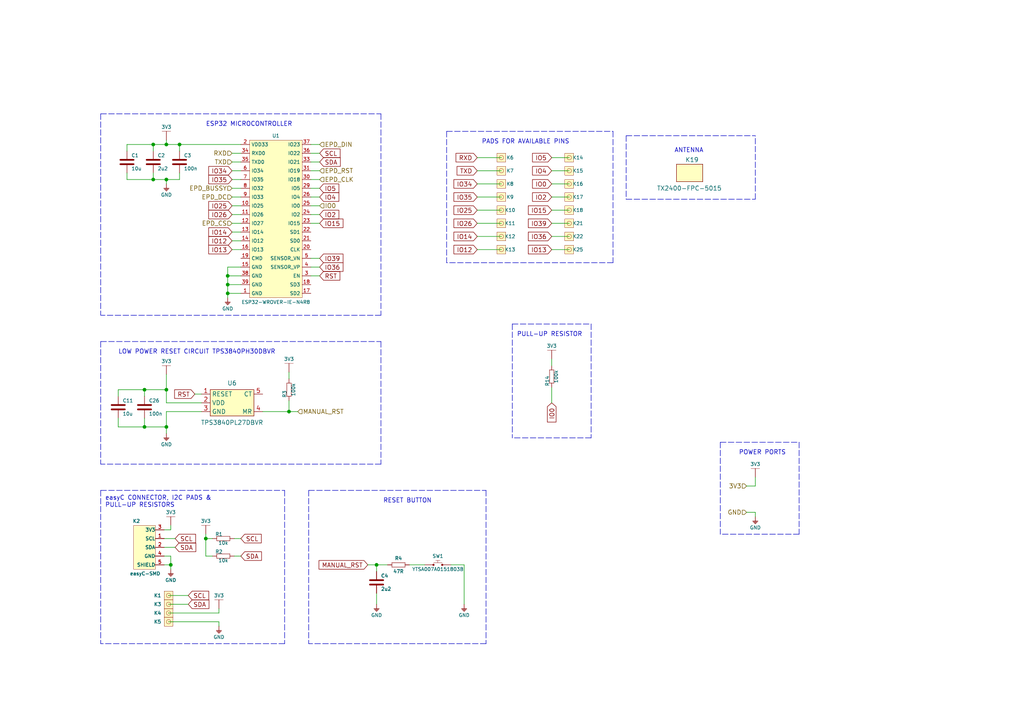
<source format=kicad_sch>
(kicad_sch (version 20211123) (generator eeschema)

  (uuid 8090f6b2-4ca7-4fd0-ab4d-43da81df8b5f)

  (paper "A4")

  (title_block
    (title "Soldered Inkplate 2")
    (rev "V1.2.3")
    (company "SOLDERED")
    (comment 1 "333166")
  )

  (lib_symbols
    (symbol "GND_1" (power) (pin_names (offset 0)) (in_bom yes) (on_board yes)
      (property "Reference" "#PWR" (id 0) (at 4.445 0 0)
        (effects (font (size 1 1)) hide)
      )
      (property "Value" "GND_1" (id 1) (at 0 -2.921 0)
        (effects (font (size 1 1)))
      )
      (property "Footprint" "" (id 2) (at 4.445 3.81 0)
        (effects (font (size 1 1)) hide)
      )
      (property "Datasheet" "" (id 3) (at 4.445 3.81 0)
        (effects (font (size 1 1)) hide)
      )
      (property "ki_keywords" "power-flag" (id 4) (at 0 0 0)
        (effects (font (size 1.27 1.27)) hide)
      )
      (property "ki_description" "Power symbol creates a global label with name \"GND\"" (id 5) (at 0 0 0)
        (effects (font (size 1.27 1.27)) hide)
      )
      (symbol "GND_1_0_1"
        (polyline
          (pts
            (xy -0.762 -1.27)
            (xy 0.762 -1.27)
          )
          (stroke (width 0.16) (type default) (color 0 0 0 0))
          (fill (type none))
        )
        (polyline
          (pts
            (xy -0.635 -1.524)
            (xy 0.635 -1.524)
          )
          (stroke (width 0.16) (type default) (color 0 0 0 0))
          (fill (type none))
        )
        (polyline
          (pts
            (xy -0.381 -1.778)
            (xy 0.381 -1.778)
          )
          (stroke (width 0.16) (type default) (color 0 0 0 0))
          (fill (type none))
        )
        (polyline
          (pts
            (xy -0.127 -2.032)
            (xy 0.127 -2.032)
          )
          (stroke (width 0.16) (type default) (color 0 0 0 0))
          (fill (type none))
        )
        (polyline
          (pts
            (xy 0 0)
            (xy 0 -1.27)
          )
          (stroke (width 0.16) (type default) (color 0 0 0 0))
          (fill (type none))
        )
      )
      (symbol "GND_1_1_1"
        (pin power_in line (at 0 0 270) (length 0) hide
          (name "GND" (effects (font (size 1.27 1.27))))
          (number "1" (effects (font (size 1.27 1.27))))
        )
      )
    )
    (symbol "GND_2" (power) (pin_names (offset 0)) (in_bom yes) (on_board yes)
      (property "Reference" "#PWR" (id 0) (at 4.445 0 0)
        (effects (font (size 1 1)) hide)
      )
      (property "Value" "GND_2" (id 1) (at 0 -2.921 0)
        (effects (font (size 1 1)))
      )
      (property "Footprint" "" (id 2) (at 4.445 3.81 0)
        (effects (font (size 1 1)) hide)
      )
      (property "Datasheet" "" (id 3) (at 4.445 3.81 0)
        (effects (font (size 1 1)) hide)
      )
      (property "ki_keywords" "power-flag" (id 4) (at 0 0 0)
        (effects (font (size 1.27 1.27)) hide)
      )
      (property "ki_description" "Power symbol creates a global label with name \"GND\"" (id 5) (at 0 0 0)
        (effects (font (size 1.27 1.27)) hide)
      )
      (symbol "GND_2_0_1"
        (polyline
          (pts
            (xy -0.762 -1.27)
            (xy 0.762 -1.27)
          )
          (stroke (width 0.16) (type default) (color 0 0 0 0))
          (fill (type none))
        )
        (polyline
          (pts
            (xy -0.635 -1.524)
            (xy 0.635 -1.524)
          )
          (stroke (width 0.16) (type default) (color 0 0 0 0))
          (fill (type none))
        )
        (polyline
          (pts
            (xy -0.381 -1.778)
            (xy 0.381 -1.778)
          )
          (stroke (width 0.16) (type default) (color 0 0 0 0))
          (fill (type none))
        )
        (polyline
          (pts
            (xy -0.127 -2.032)
            (xy 0.127 -2.032)
          )
          (stroke (width 0.16) (type default) (color 0 0 0 0))
          (fill (type none))
        )
        (polyline
          (pts
            (xy 0 0)
            (xy 0 -1.27)
          )
          (stroke (width 0.16) (type default) (color 0 0 0 0))
          (fill (type none))
        )
      )
      (symbol "GND_2_1_1"
        (pin power_in line (at 0 0 270) (length 0) hide
          (name "GND" (effects (font (size 1.27 1.27))))
          (number "1" (effects (font (size 1.27 1.27))))
        )
      )
    )
    (symbol "GND_3" (power) (pin_names (offset 0)) (in_bom yes) (on_board yes)
      (property "Reference" "#PWR" (id 0) (at 4.445 0 0)
        (effects (font (size 1 1)) hide)
      )
      (property "Value" "GND_3" (id 1) (at 0 -2.921 0)
        (effects (font (size 1 1)))
      )
      (property "Footprint" "" (id 2) (at 4.445 3.81 0)
        (effects (font (size 1 1)) hide)
      )
      (property "Datasheet" "" (id 3) (at 4.445 3.81 0)
        (effects (font (size 1 1)) hide)
      )
      (property "ki_keywords" "power-flag" (id 4) (at 0 0 0)
        (effects (font (size 1.27 1.27)) hide)
      )
      (property "ki_description" "Power symbol creates a global label with name \"GND\"" (id 5) (at 0 0 0)
        (effects (font (size 1.27 1.27)) hide)
      )
      (symbol "GND_3_0_1"
        (polyline
          (pts
            (xy -0.762 -1.27)
            (xy 0.762 -1.27)
          )
          (stroke (width 0.16) (type default) (color 0 0 0 0))
          (fill (type none))
        )
        (polyline
          (pts
            (xy -0.635 -1.524)
            (xy 0.635 -1.524)
          )
          (stroke (width 0.16) (type default) (color 0 0 0 0))
          (fill (type none))
        )
        (polyline
          (pts
            (xy -0.381 -1.778)
            (xy 0.381 -1.778)
          )
          (stroke (width 0.16) (type default) (color 0 0 0 0))
          (fill (type none))
        )
        (polyline
          (pts
            (xy -0.127 -2.032)
            (xy 0.127 -2.032)
          )
          (stroke (width 0.16) (type default) (color 0 0 0 0))
          (fill (type none))
        )
        (polyline
          (pts
            (xy 0 0)
            (xy 0 -1.27)
          )
          (stroke (width 0.16) (type default) (color 0 0 0 0))
          (fill (type none))
        )
      )
      (symbol "GND_3_1_1"
        (pin power_in line (at 0 0 270) (length 0) hide
          (name "GND" (effects (font (size 1.27 1.27))))
          (number "1" (effects (font (size 1.27 1.27))))
        )
      )
    )
    (symbol "GND_4" (power) (pin_names (offset 0)) (in_bom yes) (on_board yes)
      (property "Reference" "#PWR" (id 0) (at 4.445 0 0)
        (effects (font (size 1 1)) hide)
      )
      (property "Value" "GND_4" (id 1) (at 0 -2.921 0)
        (effects (font (size 1 1)))
      )
      (property "Footprint" "" (id 2) (at 4.445 3.81 0)
        (effects (font (size 1 1)) hide)
      )
      (property "Datasheet" "" (id 3) (at 4.445 3.81 0)
        (effects (font (size 1 1)) hide)
      )
      (property "ki_keywords" "power-flag" (id 4) (at 0 0 0)
        (effects (font (size 1.27 1.27)) hide)
      )
      (property "ki_description" "Power symbol creates a global label with name \"GND\"" (id 5) (at 0 0 0)
        (effects (font (size 1.27 1.27)) hide)
      )
      (symbol "GND_4_0_1"
        (polyline
          (pts
            (xy -0.762 -1.27)
            (xy 0.762 -1.27)
          )
          (stroke (width 0.16) (type default) (color 0 0 0 0))
          (fill (type none))
        )
        (polyline
          (pts
            (xy -0.635 -1.524)
            (xy 0.635 -1.524)
          )
          (stroke (width 0.16) (type default) (color 0 0 0 0))
          (fill (type none))
        )
        (polyline
          (pts
            (xy -0.381 -1.778)
            (xy 0.381 -1.778)
          )
          (stroke (width 0.16) (type default) (color 0 0 0 0))
          (fill (type none))
        )
        (polyline
          (pts
            (xy -0.127 -2.032)
            (xy 0.127 -2.032)
          )
          (stroke (width 0.16) (type default) (color 0 0 0 0))
          (fill (type none))
        )
        (polyline
          (pts
            (xy 0 0)
            (xy 0 -1.27)
          )
          (stroke (width 0.16) (type default) (color 0 0 0 0))
          (fill (type none))
        )
      )
      (symbol "GND_4_1_1"
        (pin power_in line (at 0 0 270) (length 0) hide
          (name "GND" (effects (font (size 1.27 1.27))))
          (number "1" (effects (font (size 1.27 1.27))))
        )
      )
    )
    (symbol "GND_5" (power) (pin_names (offset 0)) (in_bom yes) (on_board yes)
      (property "Reference" "#PWR" (id 0) (at 4.445 0 0)
        (effects (font (size 1 1)) hide)
      )
      (property "Value" "GND_5" (id 1) (at 0 -2.921 0)
        (effects (font (size 1 1)))
      )
      (property "Footprint" "" (id 2) (at 4.445 3.81 0)
        (effects (font (size 1 1)) hide)
      )
      (property "Datasheet" "" (id 3) (at 4.445 3.81 0)
        (effects (font (size 1 1)) hide)
      )
      (property "ki_keywords" "power-flag" (id 4) (at 0 0 0)
        (effects (font (size 1.27 1.27)) hide)
      )
      (property "ki_description" "Power symbol creates a global label with name \"GND\"" (id 5) (at 0 0 0)
        (effects (font (size 1.27 1.27)) hide)
      )
      (symbol "GND_5_0_1"
        (polyline
          (pts
            (xy -0.762 -1.27)
            (xy 0.762 -1.27)
          )
          (stroke (width 0.16) (type default) (color 0 0 0 0))
          (fill (type none))
        )
        (polyline
          (pts
            (xy -0.635 -1.524)
            (xy 0.635 -1.524)
          )
          (stroke (width 0.16) (type default) (color 0 0 0 0))
          (fill (type none))
        )
        (polyline
          (pts
            (xy -0.381 -1.778)
            (xy 0.381 -1.778)
          )
          (stroke (width 0.16) (type default) (color 0 0 0 0))
          (fill (type none))
        )
        (polyline
          (pts
            (xy -0.127 -2.032)
            (xy 0.127 -2.032)
          )
          (stroke (width 0.16) (type default) (color 0 0 0 0))
          (fill (type none))
        )
        (polyline
          (pts
            (xy 0 0)
            (xy 0 -1.27)
          )
          (stroke (width 0.16) (type default) (color 0 0 0 0))
          (fill (type none))
        )
      )
      (symbol "GND_5_1_1"
        (pin power_in line (at 0 0 270) (length 0) hide
          (name "GND" (effects (font (size 1.27 1.27))))
          (number "1" (effects (font (size 1.27 1.27))))
        )
      )
    )
    (symbol "GND_6" (power) (pin_names (offset 0)) (in_bom yes) (on_board yes)
      (property "Reference" "#PWR" (id 0) (at 4.445 0 0)
        (effects (font (size 1 1)) hide)
      )
      (property "Value" "GND_6" (id 1) (at 0 -2.921 0)
        (effects (font (size 1 1)))
      )
      (property "Footprint" "" (id 2) (at 4.445 3.81 0)
        (effects (font (size 1 1)) hide)
      )
      (property "Datasheet" "" (id 3) (at 4.445 3.81 0)
        (effects (font (size 1 1)) hide)
      )
      (property "ki_keywords" "power-flag" (id 4) (at 0 0 0)
        (effects (font (size 1.27 1.27)) hide)
      )
      (property "ki_description" "Power symbol creates a global label with name \"GND\"" (id 5) (at 0 0 0)
        (effects (font (size 1.27 1.27)) hide)
      )
      (symbol "GND_6_0_1"
        (polyline
          (pts
            (xy -0.762 -1.27)
            (xy 0.762 -1.27)
          )
          (stroke (width 0.16) (type default) (color 0 0 0 0))
          (fill (type none))
        )
        (polyline
          (pts
            (xy -0.635 -1.524)
            (xy 0.635 -1.524)
          )
          (stroke (width 0.16) (type default) (color 0 0 0 0))
          (fill (type none))
        )
        (polyline
          (pts
            (xy -0.381 -1.778)
            (xy 0.381 -1.778)
          )
          (stroke (width 0.16) (type default) (color 0 0 0 0))
          (fill (type none))
        )
        (polyline
          (pts
            (xy -0.127 -2.032)
            (xy 0.127 -2.032)
          )
          (stroke (width 0.16) (type default) (color 0 0 0 0))
          (fill (type none))
        )
        (polyline
          (pts
            (xy 0 0)
            (xy 0 -1.27)
          )
          (stroke (width 0.16) (type default) (color 0 0 0 0))
          (fill (type none))
        )
      )
      (symbol "GND_6_1_1"
        (pin power_in line (at 0 0 270) (length 0) hide
          (name "GND" (effects (font (size 1.27 1.27))))
          (number "1" (effects (font (size 1.27 1.27))))
        )
      )
    )
    (symbol "GND_7" (power) (pin_names (offset 0)) (in_bom yes) (on_board yes)
      (property "Reference" "#PWR" (id 0) (at 4.445 0 0)
        (effects (font (size 1 1)) hide)
      )
      (property "Value" "GND_7" (id 1) (at 0 -2.921 0)
        (effects (font (size 1 1)))
      )
      (property "Footprint" "" (id 2) (at 4.445 3.81 0)
        (effects (font (size 1 1)) hide)
      )
      (property "Datasheet" "" (id 3) (at 4.445 3.81 0)
        (effects (font (size 1 1)) hide)
      )
      (property "ki_keywords" "power-flag" (id 4) (at 0 0 0)
        (effects (font (size 1.27 1.27)) hide)
      )
      (property "ki_description" "Power symbol creates a global label with name \"GND\"" (id 5) (at 0 0 0)
        (effects (font (size 1.27 1.27)) hide)
      )
      (symbol "GND_7_0_1"
        (polyline
          (pts
            (xy -0.762 -1.27)
            (xy 0.762 -1.27)
          )
          (stroke (width 0.16) (type default) (color 0 0 0 0))
          (fill (type none))
        )
        (polyline
          (pts
            (xy -0.635 -1.524)
            (xy 0.635 -1.524)
          )
          (stroke (width 0.16) (type default) (color 0 0 0 0))
          (fill (type none))
        )
        (polyline
          (pts
            (xy -0.381 -1.778)
            (xy 0.381 -1.778)
          )
          (stroke (width 0.16) (type default) (color 0 0 0 0))
          (fill (type none))
        )
        (polyline
          (pts
            (xy -0.127 -2.032)
            (xy 0.127 -2.032)
          )
          (stroke (width 0.16) (type default) (color 0 0 0 0))
          (fill (type none))
        )
        (polyline
          (pts
            (xy 0 0)
            (xy 0 -1.27)
          )
          (stroke (width 0.16) (type default) (color 0 0 0 0))
          (fill (type none))
        )
      )
      (symbol "GND_7_1_1"
        (pin power_in line (at 0 0 270) (length 0) hide
          (name "GND" (effects (font (size 1.27 1.27))))
          (number "1" (effects (font (size 1.27 1.27))))
        )
      )
    )
    (symbol "e-radionica.com schematics:0603C" (pin_numbers hide) (pin_names (offset 0.002)) (in_bom yes) (on_board yes)
      (property "Reference" "C" (id 0) (at -0.635 3.175 0)
        (effects (font (size 1 1)))
      )
      (property "Value" "0603C" (id 1) (at 0 -3.175 0)
        (effects (font (size 1 1)))
      )
      (property "Footprint" "e-radionica.com footprinti:0603C" (id 2) (at 0 0 0)
        (effects (font (size 1 1)) hide)
      )
      (property "Datasheet" "" (id 3) (at 0 0 0)
        (effects (font (size 1 1)) hide)
      )
      (symbol "0603C_0_1"
        (polyline
          (pts
            (xy -0.635 1.905)
            (xy -0.635 -1.905)
          )
          (stroke (width 0.5) (type default) (color 0 0 0 0))
          (fill (type none))
        )
        (polyline
          (pts
            (xy 0.635 1.905)
            (xy 0.635 -1.905)
          )
          (stroke (width 0.5) (type default) (color 0 0 0 0))
          (fill (type none))
        )
      )
      (symbol "0603C_1_1"
        (pin passive line (at -3.175 0 0) (length 2.54)
          (name "~" (effects (font (size 1.27 1.27))))
          (number "1" (effects (font (size 1.27 1.27))))
        )
        (pin passive line (at 3.175 0 180) (length 2.54)
          (name "~" (effects (font (size 1.27 1.27))))
          (number "2" (effects (font (size 1.27 1.27))))
        )
      )
    )
    (symbol "e-radionica.com schematics:0603R" (pin_numbers hide) (pin_names (offset 0.254)) (in_bom yes) (on_board yes)
      (property "Reference" "R" (id 0) (at -1.905 1.905 0)
        (effects (font (size 1 1)))
      )
      (property "Value" "0603R" (id 1) (at 0 -1.905 0)
        (effects (font (size 1 1)))
      )
      (property "Footprint" "e-radionica.com footprinti:0603R" (id 2) (at -0.635 1.905 0)
        (effects (font (size 1 1)) hide)
      )
      (property "Datasheet" "" (id 3) (at -0.635 1.905 0)
        (effects (font (size 1 1)) hide)
      )
      (symbol "0603R_0_1"
        (rectangle (start -1.905 -0.635) (end 1.905 -0.6604)
          (stroke (width 0.1) (type default) (color 0 0 0 0))
          (fill (type none))
        )
        (rectangle (start -1.905 0.635) (end -1.8796 -0.635)
          (stroke (width 0.1) (type default) (color 0 0 0 0))
          (fill (type none))
        )
        (rectangle (start -1.905 0.635) (end 1.905 0.6096)
          (stroke (width 0.1) (type default) (color 0 0 0 0))
          (fill (type none))
        )
        (rectangle (start 1.905 0.635) (end 1.9304 -0.635)
          (stroke (width 0.1) (type default) (color 0 0 0 0))
          (fill (type none))
        )
      )
      (symbol "0603R_1_1"
        (pin passive line (at -3.175 0 0) (length 1.27)
          (name "~" (effects (font (size 1.27 1.27))))
          (number "1" (effects (font (size 1.27 1.27))))
        )
        (pin passive line (at 3.175 0 180) (length 1.27)
          (name "~" (effects (font (size 1.27 1.27))))
          (number "2" (effects (font (size 1.27 1.27))))
        )
      )
    )
    (symbol "e-radionica.com schematics:1206C" (pin_numbers hide) (in_bom yes) (on_board yes)
      (property "Reference" "C" (id 0) (at -0.635 3.175 0)
        (effects (font (size 1 1)))
      )
      (property "Value" "1206C" (id 1) (at 0 -3.175 0)
        (effects (font (size 1 1)))
      )
      (property "Footprint" "e-radionica.com footprinti:1206C" (id 2) (at 0 0 0)
        (effects (font (size 1 1)) hide)
      )
      (property "Datasheet" "" (id 3) (at 0 0 0)
        (effects (font (size 1 1)) hide)
      )
      (symbol "1206C_0_1"
        (polyline
          (pts
            (xy -0.635 1.905)
            (xy -0.635 -1.905)
          )
          (stroke (width 0.5) (type default) (color 0 0 0 0))
          (fill (type none))
        )
        (polyline
          (pts
            (xy 0.635 1.905)
            (xy 0.635 -1.905)
          )
          (stroke (width 0.5) (type default) (color 0 0 0 0))
          (fill (type none))
        )
      )
      (symbol "1206C_1_1"
        (pin passive line (at -3.175 0 0) (length 2.54)
          (name "~" (effects (font (size 1.27 1.27))))
          (number "1" (effects (font (size 1.27 1.27))))
        )
        (pin passive line (at 3.175 0 180) (length 2.54)
          (name "~" (effects (font (size 1.27 1.27))))
          (number "2" (effects (font (size 1.27 1.27))))
        )
      )
    )
    (symbol "e-radionica.com schematics:3V3" (power) (pin_names (offset 0)) (in_bom yes) (on_board yes)
      (property "Reference" "#PWR" (id 0) (at 4.445 0 0)
        (effects (font (size 1 1)) hide)
      )
      (property "Value" "3V3" (id 1) (at 0 3.556 0)
        (effects (font (size 1 1)))
      )
      (property "Footprint" "" (id 2) (at 4.445 3.81 0)
        (effects (font (size 1 1)) hide)
      )
      (property "Datasheet" "" (id 3) (at 4.445 3.81 0)
        (effects (font (size 1 1)) hide)
      )
      (property "ki_keywords" "power-flag" (id 4) (at 0 0 0)
        (effects (font (size 1.27 1.27)) hide)
      )
      (property "ki_description" "Power symbol creates a global label with name \"3V3\"" (id 5) (at 0 0 0)
        (effects (font (size 1.27 1.27)) hide)
      )
      (symbol "3V3_0_1"
        (polyline
          (pts
            (xy -1.27 2.54)
            (xy 1.27 2.54)
          )
          (stroke (width 0.0006) (type default) (color 0 0 0 0))
          (fill (type none))
        )
        (polyline
          (pts
            (xy 0 0)
            (xy 0 2.54)
          )
          (stroke (width 0) (type default) (color 0 0 0 0))
          (fill (type none))
        )
      )
      (symbol "3V3_1_1"
        (pin power_in line (at 0 0 90) (length 0) hide
          (name "3V3" (effects (font (size 1.27 1.27))))
          (number "1" (effects (font (size 1.27 1.27))))
        )
      )
    )
    (symbol "e-radionica.com schematics:ESP32-WROVER" (in_bom yes) (on_board yes)
      (property "Reference" "U" (id 0) (at -6.35 25.4 0)
        (effects (font (size 1 1)))
      )
      (property "Value" "ESP32-WROVER" (id 1) (at 0 -22.86 0)
        (effects (font (size 1 1)))
      )
      (property "Footprint" "e-radionica.com footprinti:ESP32-WROVER" (id 2) (at 0 0 0)
        (effects (font (size 1 1)) hide)
      )
      (property "Datasheet" "" (id 3) (at 0 0 0)
        (effects (font (size 1 1)) hide)
      )
      (symbol "ESP32-WROVER_0_1"
        (rectangle (start -7.62 24.13) (end 7.62 -21.59)
          (stroke (width 0.001) (type default) (color 0 0 0 0))
          (fill (type background))
        )
      )
      (symbol "ESP32-WROVER_1_1"
        (pin power_in line (at -10.16 -20.32 0) (length 2.54)
          (name "GND" (effects (font (size 1 1))))
          (number "1" (effects (font (size 1 1))))
        )
        (pin bidirectional line (at -10.16 5.08 0) (length 2.54)
          (name "IO25" (effects (font (size 1 1))))
          (number "10" (effects (font (size 1 1))))
        )
        (pin bidirectional line (at -10.16 2.54 0) (length 2.54)
          (name "IO26" (effects (font (size 1 1))))
          (number "11" (effects (font (size 1 1))))
        )
        (pin bidirectional line (at -10.16 0 0) (length 2.54)
          (name "IO27" (effects (font (size 1 1))))
          (number "12" (effects (font (size 1 1))))
        )
        (pin bidirectional line (at -10.16 -2.54 0) (length 2.54)
          (name "IO14" (effects (font (size 1 1))))
          (number "13" (effects (font (size 1 1))))
        )
        (pin bidirectional line (at -10.16 -5.08 0) (length 2.54)
          (name "IO12" (effects (font (size 1 1))))
          (number "14" (effects (font (size 1 1))))
        )
        (pin power_in line (at -10.16 -12.7 0) (length 2.54)
          (name "GND" (effects (font (size 1 1))))
          (number "15" (effects (font (size 1 1))))
        )
        (pin bidirectional line (at -10.16 -7.62 0) (length 2.54)
          (name "IO13" (effects (font (size 1 1))))
          (number "16" (effects (font (size 1 1))))
        )
        (pin bidirectional line (at 10.16 -20.32 180) (length 2.54)
          (name "SD2" (effects (font (size 1 1))))
          (number "17" (effects (font (size 1 1))))
        )
        (pin bidirectional line (at 10.16 -17.78 180) (length 2.54)
          (name "SD3" (effects (font (size 1 1))))
          (number "18" (effects (font (size 1 1))))
        )
        (pin bidirectional line (at -10.16 -10.16 0) (length 2.54)
          (name "CMD" (effects (font (size 1 1))))
          (number "19" (effects (font (size 1 1))))
        )
        (pin power_in line (at -10.16 22.86 0) (length 2.54)
          (name "VDD33" (effects (font (size 1 1))))
          (number "2" (effects (font (size 1 1))))
        )
        (pin bidirectional line (at 10.16 -7.62 180) (length 2.54)
          (name "CLK" (effects (font (size 1 1))))
          (number "20" (effects (font (size 1 1))))
        )
        (pin bidirectional line (at 10.16 -5.08 180) (length 2.54)
          (name "SD0" (effects (font (size 1 1))))
          (number "21" (effects (font (size 1 1))))
        )
        (pin bidirectional line (at 10.16 -2.54 180) (length 2.54)
          (name "SD1" (effects (font (size 1 1))))
          (number "22" (effects (font (size 1 1))))
        )
        (pin bidirectional line (at 10.16 0 180) (length 2.54)
          (name "IO15" (effects (font (size 1 1))))
          (number "23" (effects (font (size 1 1))))
        )
        (pin bidirectional line (at 10.16 2.54 180) (length 2.54)
          (name "IO2" (effects (font (size 1 1))))
          (number "24" (effects (font (size 1 1))))
        )
        (pin bidirectional line (at 10.16 5.08 180) (length 2.54)
          (name "IO0" (effects (font (size 1 1))))
          (number "25" (effects (font (size 1 1))))
        )
        (pin bidirectional line (at 10.16 7.62 180) (length 2.54)
          (name "IO4" (effects (font (size 1 1))))
          (number "26" (effects (font (size 1 1))))
        )
        (pin bidirectional line (at 10.16 10.16 180) (length 2.54)
          (name "IO5" (effects (font (size 1 1))))
          (number "29" (effects (font (size 1 1))))
        )
        (pin bidirectional line (at 10.16 -15.24 180) (length 2.54)
          (name "EN" (effects (font (size 1 1))))
          (number "3" (effects (font (size 1 1))))
        )
        (pin bidirectional line (at 10.16 12.7 180) (length 2.54)
          (name "IO18" (effects (font (size 1 1))))
          (number "30" (effects (font (size 1 1))))
        )
        (pin bidirectional line (at 10.16 15.24 180) (length 2.54)
          (name "IO19" (effects (font (size 1 1))))
          (number "31" (effects (font (size 1 1))))
        )
        (pin bidirectional line (at 10.16 17.78 180) (length 2.54)
          (name "IO21" (effects (font (size 1 1))))
          (number "33" (effects (font (size 1 1))))
        )
        (pin bidirectional line (at -10.16 20.32 0) (length 2.54)
          (name "RXD0" (effects (font (size 1 1))))
          (number "34" (effects (font (size 1 1))))
        )
        (pin bidirectional line (at -10.16 17.78 0) (length 2.54)
          (name "TXD0" (effects (font (size 1 1))))
          (number "35" (effects (font (size 1 1))))
        )
        (pin bidirectional line (at 10.16 20.32 180) (length 2.54)
          (name "IO22" (effects (font (size 1 1))))
          (number "36" (effects (font (size 1 1))))
        )
        (pin bidirectional line (at 10.16 22.86 180) (length 2.54)
          (name "IO23" (effects (font (size 1 1))))
          (number "37" (effects (font (size 1 1))))
        )
        (pin power_in line (at -10.16 -15.24 0) (length 2.54)
          (name "GND" (effects (font (size 1 1))))
          (number "38" (effects (font (size 1 1))))
        )
        (pin power_in line (at -10.16 -17.78 0) (length 2.54)
          (name "GND" (effects (font (size 1 1))))
          (number "39" (effects (font (size 1 1))))
        )
        (pin bidirectional line (at 10.16 -12.7 180) (length 2.54)
          (name "SENSOR_VP" (effects (font (size 1 1))))
          (number "4" (effects (font (size 1 1))))
        )
        (pin bidirectional line (at 10.16 -10.16 180) (length 2.54)
          (name "SENSOR_VN" (effects (font (size 1 1))))
          (number "5" (effects (font (size 1 1))))
        )
        (pin bidirectional line (at -10.16 15.24 0) (length 2.54)
          (name "IO34" (effects (font (size 1 1))))
          (number "6" (effects (font (size 1 1))))
        )
        (pin bidirectional line (at -10.16 12.7 0) (length 2.54)
          (name "IO35" (effects (font (size 1 1))))
          (number "7" (effects (font (size 1 1))))
        )
        (pin bidirectional line (at -10.16 10.16 0) (length 2.54)
          (name "IO32" (effects (font (size 1 1))))
          (number "8" (effects (font (size 1 1))))
        )
        (pin bidirectional line (at -10.16 7.62 0) (length 2.54)
          (name "IO33" (effects (font (size 1 1))))
          (number "9" (effects (font (size 1 1))))
        )
      )
    )
    (symbol "e-radionica.com schematics:GND" (power) (pin_names (offset 0)) (in_bom yes) (on_board yes)
      (property "Reference" "#PWR" (id 0) (at 4.445 0 0)
        (effects (font (size 1 1)) hide)
      )
      (property "Value" "GND" (id 1) (at 0 -2.921 0)
        (effects (font (size 1 1)))
      )
      (property "Footprint" "" (id 2) (at 4.445 3.81 0)
        (effects (font (size 1 1)) hide)
      )
      (property "Datasheet" "" (id 3) (at 4.445 3.81 0)
        (effects (font (size 1 1)) hide)
      )
      (property "ki_keywords" "power-flag" (id 4) (at 0 0 0)
        (effects (font (size 1.27 1.27)) hide)
      )
      (property "ki_description" "Power symbol creates a global label with name \"GND\"" (id 5) (at 0 0 0)
        (effects (font (size 1.27 1.27)) hide)
      )
      (symbol "GND_0_1"
        (polyline
          (pts
            (xy -0.762 -1.27)
            (xy 0.762 -1.27)
          )
          (stroke (width 0.16) (type default) (color 0 0 0 0))
          (fill (type none))
        )
        (polyline
          (pts
            (xy -0.635 -1.524)
            (xy 0.635 -1.524)
          )
          (stroke (width 0.16) (type default) (color 0 0 0 0))
          (fill (type none))
        )
        (polyline
          (pts
            (xy -0.381 -1.778)
            (xy 0.381 -1.778)
          )
          (stroke (width 0.16) (type default) (color 0 0 0 0))
          (fill (type none))
        )
        (polyline
          (pts
            (xy -0.127 -2.032)
            (xy 0.127 -2.032)
          )
          (stroke (width 0.16) (type default) (color 0 0 0 0))
          (fill (type none))
        )
        (polyline
          (pts
            (xy 0 0)
            (xy 0 -1.27)
          )
          (stroke (width 0.16) (type default) (color 0 0 0 0))
          (fill (type none))
        )
      )
      (symbol "GND_1_1"
        (pin power_in line (at 0 0 270) (length 0) hide
          (name "GND" (effects (font (size 1.27 1.27))))
          (number "1" (effects (font (size 1.27 1.27))))
        )
      )
    )
    (symbol "e-radionica.com schematics:HEADER_MALE_1X1_Inkplate" (pin_numbers hide) (pin_names hide) (in_bom yes) (on_board yes)
      (property "Reference" "K" (id 0) (at -0.635 2.54 0)
        (effects (font (size 1 1)))
      )
      (property "Value" "HEADER_MALE_1X1_Inkplate" (id 1) (at 0 -2.54 0)
        (effects (font (size 1 1)))
      )
      (property "Footprint" "e-radionica.com footprinti:HEADER_MALE_1X1_Inkplate" (id 2) (at 0 0 0)
        (effects (font (size 1 1)) hide)
      )
      (property "Datasheet" "" (id 3) (at 0 0 0)
        (effects (font (size 1 1)) hide)
      )
      (symbol "HEADER_MALE_1X1_Inkplate_0_1"
        (rectangle (start -1.27 1.27) (end 1.27 -1.27)
          (stroke (width 0.001) (type default) (color 0 0 0 0))
          (fill (type background))
        )
        (circle (center 0 0) (radius 0.635)
          (stroke (width 0.0006) (type default) (color 0 0 0 0))
          (fill (type none))
        )
      )
      (symbol "HEADER_MALE_1X1_Inkplate_1_1"
        (pin passive line (at 0 0 180) (length 0)
          (name "~" (effects (font (size 1 1))))
          (number "1" (effects (font (size 1 1))))
        )
      )
    )
    (symbol "e-radionica.com schematics:TPS3840PL27DBVR" (in_bom yes) (on_board yes)
      (property "Reference" "U" (id 0) (at 0 5.08 0)
        (effects (font (size 1.27 1.27)))
      )
      (property "Value" "TPS3840PL27DBVR" (id 1) (at 0 -5.08 0)
        (effects (font (size 1.27 1.27)))
      )
      (property "Footprint" "e-radionica.com footprinti:SOT-23-5" (id 2) (at -1.27 -7.62 0)
        (effects (font (size 1.27 1.27)) hide)
      )
      (property "Datasheet" "" (id 3) (at 0 0 0)
        (effects (font (size 1.27 1.27)) hide)
      )
      (symbol "TPS3840PL27DBVR_0_1"
        (rectangle (start -6.35 3.81) (end 6.35 -3.81)
          (stroke (width 0.1524) (type default) (color 0 0 0 0))
          (fill (type background))
        )
      )
      (symbol "TPS3840PL27DBVR_1_1"
        (pin input line (at -8.89 2.54 0) (length 2.54)
          (name "RESET" (effects (font (size 1.27 1.27))))
          (number "1" (effects (font (size 1.27 1.27))))
        )
        (pin input line (at -8.89 0 0) (length 2.54)
          (name "VDD" (effects (font (size 1.27 1.27))))
          (number "2" (effects (font (size 1.27 1.27))))
        )
        (pin input line (at -8.89 -2.54 0) (length 2.54)
          (name "GND" (effects (font (size 1.27 1.27))))
          (number "3" (effects (font (size 1.27 1.27))))
        )
        (pin input line (at 8.89 -2.54 180) (length 2.54)
          (name "MR" (effects (font (size 1.27 1.27))))
          (number "4" (effects (font (size 1.27 1.27))))
        )
        (pin input line (at 8.89 2.54 180) (length 2.54)
          (name "CT" (effects (font (size 1.27 1.27))))
          (number "5" (effects (font (size 1.27 1.27))))
        )
      )
    )
    (symbol "e-radionica.com schematics:TX2400-FPC-5015" (pin_numbers hide) (in_bom yes) (on_board yes)
      (property "Reference" "K" (id 0) (at 0 3.81 0)
        (effects (font (size 1.27 1.27)))
      )
      (property "Value" "TX2400-FPC-5015" (id 1) (at 0 -3.81 0)
        (effects (font (size 1.27 1.27)))
      )
      (property "Footprint" "e-radionica.com footprinti:TX2400-FPC-5015" (id 2) (at 1.27 -6.35 0)
        (effects (font (size 1.27 1.27)) hide)
      )
      (property "Datasheet" "" (id 3) (at 0 3.81 0)
        (effects (font (size 1.27 1.27)) hide)
      )
      (symbol "TX2400-FPC-5015_0_1"
        (rectangle (start -3.81 2.54) (end 3.81 -2.54)
          (stroke (width 0) (type default) (color 0 0 0 0))
          (fill (type background))
        )
      )
    )
    (symbol "e-radionica.com schematics:YTSA007A0151803B" (pin_numbers hide) (pin_names hide) (in_bom yes) (on_board yes)
      (property "Reference" "SW" (id 0) (at -1.016 2.286 0)
        (effects (font (size 1 1)))
      )
      (property "Value" "YTSA007A0151803B" (id 1) (at 1.778 -2.032 0)
        (effects (font (size 1 1)))
      )
      (property "Footprint" "e-radionica.com footprinti:YTSA007A0151803B" (id 2) (at 0 0 0)
        (effects (font (size 1 1)) hide)
      )
      (property "Datasheet" "" (id 3) (at 0 0 0)
        (effects (font (size 1 1)) hide)
      )
      (property "ki_keywords" "PUSHBUTTON BUTTON SW" (id 4) (at 0 0 0)
        (effects (font (size 1.27 1.27)) hide)
      )
      (symbol "YTSA007A0151803B_0_1"
        (polyline
          (pts
            (xy 0 0.635)
            (xy 2.54 0.635)
          )
          (stroke (width 0.0006) (type default) (color 0 0 0 0))
          (fill (type none))
        )
        (polyline
          (pts
            (xy 1.27 0.635)
            (xy 1.27 1.27)
          )
          (stroke (width 0.0006) (type default) (color 0 0 0 0))
          (fill (type none))
        )
        (polyline
          (pts
            (xy 1.905 1.27)
            (xy 0.635 1.27)
          )
          (stroke (width 0.0006) (type default) (color 0 0 0 0))
          (fill (type none))
        )
        (circle (center 0 0) (radius 0.254)
          (stroke (width 0.001) (type default) (color 0 0 0 0))
          (fill (type outline))
        )
        (circle (center 2.54 0) (radius 0.254)
          (stroke (width 0.001) (type default) (color 0 0 0 0))
          (fill (type outline))
        )
      )
      (symbol "YTSA007A0151803B_1_1"
        (pin passive line (at -2.54 0 0) (length 2.54)
          (name "~" (effects (font (size 1 1))))
          (number "1" (effects (font (size 1 1))))
        )
        (pin passive line (at 5.08 0 180) (length 2.54)
          (name "~" (effects (font (size 1 1))))
          (number "2" (effects (font (size 1 1))))
        )
      )
    )
    (symbol "e-radionica.com schematics:easyC-SMD" (pin_names (offset 0.002)) (in_bom yes) (on_board yes)
      (property "Reference" "K" (id 0) (at -2.54 10.16 0)
        (effects (font (size 1 1)))
      )
      (property "Value" "easyC-SMD" (id 1) (at 0 -5.08 0)
        (effects (font (size 1 1)))
      )
      (property "Footprint" "e-radionica.com footprinti:easyC-connector" (id 2) (at 3.175 2.54 0)
        (effects (font (size 1 1)) hide)
      )
      (property "Datasheet" "" (id 3) (at 3.175 2.54 0)
        (effects (font (size 1 1)) hide)
      )
      (symbol "easyC-SMD_0_1"
        (rectangle (start -3.175 8.89) (end 3.175 -3.81)
          (stroke (width 0.001) (type default) (color 0 0 0 0))
          (fill (type background))
        )
      )
      (symbol "easyC-SMD_1_1"
        (pin passive line (at 5.715 5.08 180) (length 2.54)
          (name "SCL" (effects (font (size 1 1))))
          (number "1" (effects (font (size 1 1))))
        )
        (pin passive line (at 5.715 2.54 180) (length 2.54)
          (name "SDA" (effects (font (size 1 1))))
          (number "2" (effects (font (size 1 1))))
        )
        (pin passive line (at 5.715 7.62 180) (length 2.54)
          (name "3V3" (effects (font (size 1 1))))
          (number "3" (effects (font (size 1 1))))
        )
        (pin passive line (at 5.715 0 180) (length 2.54)
          (name "GND" (effects (font (size 1 1))))
          (number "4" (effects (font (size 1 1))))
        )
        (pin passive line (at 5.715 -2.54 180) (length 2.54)
          (name "SHIELD" (effects (font (size 1 1))))
          (number "5" (effects (font (size 1 1))))
        )
      )
    )
  )

  (junction (at 66.04 82.55) (diameter 0.9144) (color 0 0 0 0)
    (uuid 20cca02e-4c4d-4961-b6b4-b40a1731b220)
  )
  (junction (at 44.45 41.91) (diameter 0.9144) (color 0 0 0 0)
    (uuid 22999e73-da32-43a5-9163-4b3a41614f25)
  )
  (junction (at 49.53 163.83) (diameter 0.9144) (color 0 0 0 0)
    (uuid 240c10af-51b5-420e-a6f4-a2c8f5db1db5)
  )
  (junction (at 48.26 123.825) (diameter 0.9144) (color 0 0 0 0)
    (uuid 2d697cf0-e02e-4ed1-a048-a704dab0ee43)
  )
  (junction (at 48.26 52.07) (diameter 0.9144) (color 0 0 0 0)
    (uuid 40b14a16-fb82-4b9d-89dd-55cd98abb5cc)
  )
  (junction (at 52.07 41.91) (diameter 0.9144) (color 0 0 0 0)
    (uuid 503dbd88-3e6b-48cc-a2ea-a6e28b52a1f7)
  )
  (junction (at 66.04 85.09) (diameter 0.9144) (color 0 0 0 0)
    (uuid 5487601b-81d3-4c70-8f3d-cf9df9c63302)
  )
  (junction (at 59.69 156.21) (diameter 0.9144) (color 0 0 0 0)
    (uuid 592f25e6-a01b-47fd-8172-3da01117d00a)
  )
  (junction (at 48.26 41.91) (diameter 0.9144) (color 0 0 0 0)
    (uuid 658dad07-97fd-466c-8b49-21892ac96ea4)
  )
  (junction (at 44.45 52.07) (diameter 0.9144) (color 0 0 0 0)
    (uuid 6e68f0cd-800e-4167-9553-71fc59da1eeb)
  )
  (junction (at 41.91 113.03) (diameter 0.9144) (color 0 0 0 0)
    (uuid 81a15393-727e-448b-a777-b18773023d89)
  )
  (junction (at 83.82 119.38) (diameter 0.9144) (color 0 0 0 0)
    (uuid a29f8df0-3fae-4edf-8d9c-bd5a875b13e3)
  )
  (junction (at 41.91 123.825) (diameter 0.9144) (color 0 0 0 0)
    (uuid a4f86a46-3bc8-4daa-9125-a63f297eb114)
  )
  (junction (at 48.26 113.03) (diameter 0.9144) (color 0 0 0 0)
    (uuid c09938fd-06b9-4771-9f63-2311626243b3)
  )
  (junction (at 66.04 80.01) (diameter 0.9144) (color 0 0 0 0)
    (uuid cb614b23-9af3-4aec-bed8-c1374e001510)
  )
  (junction (at 109.22 163.83) (diameter 0.9144) (color 0 0 0 0)
    (uuid e3fc1e69-a11c-4c84-8952-fefb9372474e)
  )

  (polyline (pts (xy 208.915 128.27) (xy 231.775 128.27))
    (stroke (width 0) (type dash) (color 0 0 0 0))
    (uuid 007c06d3-b6a8-4031-bc2a-a50dfd67c18f)
  )

  (wire (pts (xy 49.53 163.83) (xy 47.625 163.83))
    (stroke (width 0) (type solid) (color 0 0 0 0))
    (uuid 03c8b450-ac18-4d22-b8f8-5b1d11325a6c)
  )
  (wire (pts (xy 49.53 165.1) (xy 49.53 163.83))
    (stroke (width 0) (type solid) (color 0 0 0 0))
    (uuid 03c8b450-ac18-4d22-b8f8-5b1d11325a6d)
  )
  (wire (pts (xy 90.17 41.91) (xy 92.71 41.91))
    (stroke (width 0) (type solid) (color 0 0 0 0))
    (uuid 082591f2-762b-43da-aceb-1bcc06f3314a)
  )
  (wire (pts (xy 90.17 49.53) (xy 92.71 49.53))
    (stroke (width 0) (type solid) (color 0 0 0 0))
    (uuid 08d02c9c-166d-4392-be39-b114c41e1f9a)
  )
  (wire (pts (xy 58.42 119.38) (xy 48.26 119.38))
    (stroke (width 0) (type solid) (color 0 0 0 0))
    (uuid 09272218-b562-43ea-a524-93d118d35bfc)
  )
  (wire (pts (xy 41.91 121.285) (xy 41.91 123.825))
    (stroke (width 0) (type solid) (color 0 0 0 0))
    (uuid 0c2dc89e-9cc6-4722-842b-155a85212dc3)
  )
  (wire (pts (xy 48.26 41.91) (xy 52.07 41.91))
    (stroke (width 0) (type solid) (color 0 0 0 0))
    (uuid 0e7fd052-7932-4d2b-b79d-b1a10a773235)
  )
  (wire (pts (xy 67.31 67.31) (xy 69.85 67.31))
    (stroke (width 0) (type solid) (color 0 0 0 0))
    (uuid 0f323823-6314-4fff-88c5-5e8074b43fae)
  )
  (wire (pts (xy 90.17 46.99) (xy 92.71 46.99))
    (stroke (width 0) (type solid) (color 0 0 0 0))
    (uuid 11f7333b-07f1-4e23-917f-a1cbc0241672)
  )
  (wire (pts (xy 219.075 148.59) (xy 219.075 149.86))
    (stroke (width 0) (type solid) (color 0 0 0 0))
    (uuid 130572e6-8e61-40bf-b6be-ac6e42d3a778)
  )
  (wire (pts (xy 112.395 163.83) (xy 109.22 163.83))
    (stroke (width 0) (type solid) (color 0 0 0 0))
    (uuid 1505a29a-369b-406d-9916-c2010911e593)
  )
  (wire (pts (xy 160.02 60.96) (xy 165.1 60.96))
    (stroke (width 0) (type solid) (color 0 0 0 0))
    (uuid 15148770-fb39-45a7-a643-2b8db2950b91)
  )
  (wire (pts (xy 67.31 62.23) (xy 69.85 62.23))
    (stroke (width 0) (type solid) (color 0 0 0 0))
    (uuid 1aaf373b-b307-4596-bdc7-3ba8e7240994)
  )
  (wire (pts (xy 90.17 62.23) (xy 92.71 62.23))
    (stroke (width 0) (type solid) (color 0 0 0 0))
    (uuid 1be11bdd-5aa6-4191-8f20-12a16dc4ff54)
  )
  (polyline (pts (xy 181.61 57.785) (xy 219.075 57.785))
    (stroke (width 0) (type default) (color 0 0 0 0))
    (uuid 1cca3cf6-507a-432b-b2ab-f648914b1a0d)
  )

  (wire (pts (xy 48.895 180.34) (xy 63.5 180.34))
    (stroke (width 0) (type solid) (color 0 0 0 0))
    (uuid 217cdfb5-3671-4813-a2f7-69dcb34c31ca)
  )
  (wire (pts (xy 63.5 180.34) (xy 63.5 181.61))
    (stroke (width 0) (type solid) (color 0 0 0 0))
    (uuid 217cdfb5-3671-4813-a2f7-69dcb34c31cb)
  )
  (wire (pts (xy 160.02 64.77) (xy 165.1 64.77))
    (stroke (width 0) (type solid) (color 0 0 0 0))
    (uuid 237fb3da-e1e2-44a3-8480-7992f757b334)
  )
  (wire (pts (xy 66.04 85.09) (xy 69.85 85.09))
    (stroke (width 0) (type solid) (color 0 0 0 0))
    (uuid 2672a85f-5bd2-4b3d-bb09-4e7be7265605)
  )
  (wire (pts (xy 59.69 156.21) (xy 59.69 154.94))
    (stroke (width 0) (type solid) (color 0 0 0 0))
    (uuid 26b4cd90-c4e9-42fc-8fcc-0adfb9009e52)
  )
  (wire (pts (xy 59.69 161.29) (xy 59.69 156.21))
    (stroke (width 0) (type solid) (color 0 0 0 0))
    (uuid 26b4cd90-c4e9-42fc-8fcc-0adfb9009e53)
  )
  (wire (pts (xy 61.595 161.29) (xy 59.69 161.29))
    (stroke (width 0) (type solid) (color 0 0 0 0))
    (uuid 26b4cd90-c4e9-42fc-8fcc-0adfb9009e54)
  )
  (wire (pts (xy 44.45 41.91) (xy 44.45 43.815))
    (stroke (width 0) (type solid) (color 0 0 0 0))
    (uuid 2777c5d1-dcc7-486b-bf06-45c32cb56877)
  )
  (wire (pts (xy 90.17 59.69) (xy 92.71 59.69))
    (stroke (width 0) (type solid) (color 0 0 0 0))
    (uuid 29495d06-7d2d-425e-ab0d-5fbe8192096e)
  )
  (polyline (pts (xy 29.21 33.02) (xy 29.21 91.44))
    (stroke (width 0) (type dash) (color 0 0 0 0))
    (uuid 2c9fe5cc-f257-4343-9e67-9c7d9892bc0c)
  )
  (polyline (pts (xy 29.21 33.02) (xy 110.49 33.02))
    (stroke (width 0) (type dash) (color 0 0 0 0))
    (uuid 2c9fe5cc-f257-4343-9e67-9c7d9892bc0d)
  )
  (polyline (pts (xy 110.49 33.02) (xy 110.49 91.44))
    (stroke (width 0) (type dash) (color 0 0 0 0))
    (uuid 2c9fe5cc-f257-4343-9e67-9c7d9892bc0e)
  )
  (polyline (pts (xy 110.49 91.44) (xy 29.21 91.44))
    (stroke (width 0) (type dash) (color 0 0 0 0))
    (uuid 2c9fe5cc-f257-4343-9e67-9c7d9892bc0f)
  )

  (wire (pts (xy 36.83 52.07) (xy 36.83 50.165))
    (stroke (width 0) (type solid) (color 0 0 0 0))
    (uuid 2d19c1c2-a082-436d-aafb-eabeadb8aae9)
  )
  (wire (pts (xy 44.45 52.07) (xy 36.83 52.07))
    (stroke (width 0) (type solid) (color 0 0 0 0))
    (uuid 2d19c1c2-a082-436d-aafb-eabeadb8aaea)
  )
  (wire (pts (xy 48.26 52.07) (xy 44.45 52.07))
    (stroke (width 0) (type solid) (color 0 0 0 0))
    (uuid 2d19c1c2-a082-436d-aafb-eabeadb8aaeb)
  )
  (wire (pts (xy 48.26 53.34) (xy 48.26 52.07))
    (stroke (width 0) (type solid) (color 0 0 0 0))
    (uuid 2d19c1c2-a082-436d-aafb-eabeadb8aaec)
  )
  (wire (pts (xy 216.535 140.97) (xy 219.075 140.97))
    (stroke (width 0) (type solid) (color 0 0 0 0))
    (uuid 2d1b1041-3c0d-4b7d-9fc8-e20c3582dcc4)
  )
  (wire (pts (xy 48.895 172.72) (xy 54.61 172.72))
    (stroke (width 0) (type solid) (color 0 0 0 0))
    (uuid 2d3e3968-be88-4a09-ac03-eb0270c50c7d)
  )
  (wire (pts (xy 219.075 140.97) (xy 219.075 138.43))
    (stroke (width 0) (type solid) (color 0 0 0 0))
    (uuid 2f3fd616-5b45-4623-83c2-52ffc2b9c1bb)
  )
  (wire (pts (xy 48.895 175.26) (xy 54.61 175.26))
    (stroke (width 0) (type solid) (color 0 0 0 0))
    (uuid 2f8ed0e3-f216-4b62-be9f-d29dabb4eeda)
  )
  (wire (pts (xy 90.17 77.47) (xy 92.71 77.47))
    (stroke (width 0) (type solid) (color 0 0 0 0))
    (uuid 2f9857f9-5784-48a8-aa2d-92a4b7cb2c7c)
  )
  (wire (pts (xy 109.22 172.085) (xy 109.22 175.26))
    (stroke (width 0) (type solid) (color 0 0 0 0))
    (uuid 30fc1026-7719-400c-aa9c-4f77a5168bfa)
  )
  (wire (pts (xy 83.82 107.95) (xy 83.82 109.855))
    (stroke (width 0) (type solid) (color 0 0 0 0))
    (uuid 3104fac4-16f0-4f4e-90da-9e8cc3daad2c)
  )
  (wire (pts (xy 138.43 57.15) (xy 145.415 57.15))
    (stroke (width 0) (type solid) (color 0 0 0 0))
    (uuid 31cc6ca2-87db-46e7-8c57-ab36b5258fdb)
  )
  (wire (pts (xy 90.17 80.01) (xy 92.71 80.01))
    (stroke (width 0) (type solid) (color 0 0 0 0))
    (uuid 328be25c-b9da-4d01-84db-cb1564c86054)
  )
  (wire (pts (xy 160.02 72.39) (xy 165.1 72.39))
    (stroke (width 0) (type solid) (color 0 0 0 0))
    (uuid 337bd21c-63e1-4f1f-ad1f-0ed4db9b11a5)
  )
  (wire (pts (xy 216.535 148.59) (xy 219.075 148.59))
    (stroke (width 0) (type solid) (color 0 0 0 0))
    (uuid 34650b2c-634a-44b0-a11c-e266f226819b)
  )
  (polyline (pts (xy 171.45 127) (xy 148.59 127))
    (stroke (width 0) (type dash) (color 0 0 0 0))
    (uuid 3a5eac04-6f6f-4676-8375-9db4c15bbe0c)
  )
  (polyline (pts (xy 148.59 93.98) (xy 148.59 127))
    (stroke (width 0) (type dash) (color 0 0 0 0))
    (uuid 3c75fcdb-e4bd-4e98-9a72-13f046976503)
  )
  (polyline (pts (xy 29.21 142.24) (xy 29.21 186.69))
    (stroke (width 0) (type dash) (color 0 0 0 0))
    (uuid 404544a4-7940-4a61-90e8-749306cf8dfa)
  )
  (polyline (pts (xy 29.21 142.24) (xy 82.55 142.24))
    (stroke (width 0) (type dash) (color 0 0 0 0))
    (uuid 404544a4-7940-4a61-90e8-749306cf8dfb)
  )
  (polyline (pts (xy 82.55 142.24) (xy 82.55 186.69))
    (stroke (width 0) (type dash) (color 0 0 0 0))
    (uuid 404544a4-7940-4a61-90e8-749306cf8dfc)
  )
  (polyline (pts (xy 82.55 186.69) (xy 29.21 186.69))
    (stroke (width 0) (type dash) (color 0 0 0 0))
    (uuid 404544a4-7940-4a61-90e8-749306cf8dfd)
  )

  (wire (pts (xy 47.625 158.75) (xy 50.8 158.75))
    (stroke (width 0) (type solid) (color 0 0 0 0))
    (uuid 41044e6f-17a7-4633-9e82-416f98e59a01)
  )
  (wire (pts (xy 66.04 80.01) (xy 69.85 80.01))
    (stroke (width 0) (type solid) (color 0 0 0 0))
    (uuid 432426a7-3e0c-458e-b897-a60db38e35a7)
  )
  (polyline (pts (xy 231.775 154.94) (xy 208.915 154.94))
    (stroke (width 0) (type dash) (color 0 0 0 0))
    (uuid 44b6c323-f090-437b-9f07-a1f4484d0109)
  )

  (wire (pts (xy 109.22 163.83) (xy 109.22 165.735))
    (stroke (width 0) (type solid) (color 0 0 0 0))
    (uuid 46f27d4e-6249-4dd5-bc8b-ec6dfa18fa74)
  )
  (polyline (pts (xy 148.59 93.98) (xy 171.45 93.98))
    (stroke (width 0) (type dash) (color 0 0 0 0))
    (uuid 4b73d5ad-2ac7-4deb-92fc-2e72b31f785e)
  )

  (wire (pts (xy 160.02 45.72) (xy 165.1 45.72))
    (stroke (width 0) (type solid) (color 0 0 0 0))
    (uuid 50a9a397-4fac-4c6c-966b-ccdd760e28f0)
  )
  (wire (pts (xy 67.31 46.99) (xy 69.85 46.99))
    (stroke (width 0) (type solid) (color 0 0 0 0))
    (uuid 560b444c-abe8-42bf-b5c1-8aa3848273dd)
  )
  (wire (pts (xy 52.07 43.815) (xy 52.07 41.91))
    (stroke (width 0) (type solid) (color 0 0 0 0))
    (uuid 582f0793-7002-4ca5-8070-791a3705e48d)
  )
  (wire (pts (xy 160.02 112.395) (xy 160.02 116.84))
    (stroke (width 0) (type solid) (color 0 0 0 0))
    (uuid 586418dc-cc48-4b34-b37f-8ed7a1ec4c7b)
  )
  (wire (pts (xy 67.31 49.53) (xy 69.85 49.53))
    (stroke (width 0) (type solid) (color 0 0 0 0))
    (uuid 5a2fe684-d658-431d-b430-fda363dff0aa)
  )
  (polyline (pts (xy 89.535 142.24) (xy 89.535 186.69))
    (stroke (width 0) (type dash) (color 0 0 0 0))
    (uuid 5c75d25e-4291-41b5-921d-b098db497b74)
  )
  (polyline (pts (xy 89.535 142.24) (xy 140.97 142.24))
    (stroke (width 0) (type dash) (color 0 0 0 0))
    (uuid 5c75d25e-4291-41b5-921d-b098db497b75)
  )
  (polyline (pts (xy 140.97 142.24) (xy 140.97 186.69))
    (stroke (width 0) (type dash) (color 0 0 0 0))
    (uuid 5c75d25e-4291-41b5-921d-b098db497b76)
  )
  (polyline (pts (xy 140.97 186.69) (xy 89.535 186.69))
    (stroke (width 0) (type dash) (color 0 0 0 0))
    (uuid 5c75d25e-4291-41b5-921d-b098db497b77)
  )

  (wire (pts (xy 59.69 156.21) (xy 61.595 156.21))
    (stroke (width 0) (type solid) (color 0 0 0 0))
    (uuid 5cfc4a8e-2e0b-4d55-bcc8-2cf0e20da46f)
  )
  (wire (pts (xy 160.02 104.14) (xy 160.02 106.045))
    (stroke (width 0) (type solid) (color 0 0 0 0))
    (uuid 5d47246b-55de-4087-b32d-79fa3c18b176)
  )
  (wire (pts (xy 48.26 108.585) (xy 48.26 113.03))
    (stroke (width 0) (type solid) (color 0 0 0 0))
    (uuid 614c9627-5224-4191-90a2-087a2621bcc2)
  )
  (wire (pts (xy 138.43 53.34) (xy 145.415 53.34))
    (stroke (width 0) (type solid) (color 0 0 0 0))
    (uuid 618ab880-aa1a-428e-a30c-d4e60ecc8fc6)
  )
  (wire (pts (xy 138.43 49.53) (xy 145.415 49.53))
    (stroke (width 0) (type solid) (color 0 0 0 0))
    (uuid 6799b166-453d-4443-a933-f3d95e7205f7)
  )
  (wire (pts (xy 90.17 54.61) (xy 92.71 54.61))
    (stroke (width 0) (type solid) (color 0 0 0 0))
    (uuid 6c849406-7656-48e1-af01-64c1d6f77ff9)
  )
  (wire (pts (xy 48.26 116.84) (xy 48.26 113.03))
    (stroke (width 0) (type solid) (color 0 0 0 0))
    (uuid 6d020442-e937-4642-9824-ffedb77fee7c)
  )
  (wire (pts (xy 58.42 116.84) (xy 48.26 116.84))
    (stroke (width 0) (type solid) (color 0 0 0 0))
    (uuid 6d020442-e937-4642-9824-ffedb77fee7d)
  )
  (wire (pts (xy 83.82 119.38) (xy 86.36 119.38))
    (stroke (width 0) (type solid) (color 0 0 0 0))
    (uuid 74800d0d-ec97-4cb0-92ba-9e195a5d5662)
  )
  (polyline (pts (xy 129.54 38.1) (xy 129.54 76.2))
    (stroke (width 0) (type dash) (color 0 0 0 0))
    (uuid 7abcb944-30fb-4f06-9b20-a3b1bbceed77)
  )
  (polyline (pts (xy 129.54 38.1) (xy 177.8 38.1))
    (stroke (width 0) (type dash) (color 0 0 0 0))
    (uuid 7abcb944-30fb-4f06-9b20-a3b1bbceed78)
  )
  (polyline (pts (xy 177.8 38.1) (xy 177.8 76.2))
    (stroke (width 0) (type dash) (color 0 0 0 0))
    (uuid 7abcb944-30fb-4f06-9b20-a3b1bbceed79)
  )
  (polyline (pts (xy 177.8 76.2) (xy 129.54 76.2))
    (stroke (width 0) (type dash) (color 0 0 0 0))
    (uuid 7abcb944-30fb-4f06-9b20-a3b1bbceed7a)
  )
  (polyline (pts (xy 29.21 99.06) (xy 29.21 134.62))
    (stroke (width 0) (type dash) (color 0 0 0 0))
    (uuid 7b5042e6-6c63-4347-8270-77ba01170032)
  )
  (polyline (pts (xy 29.21 99.06) (xy 110.49 99.06))
    (stroke (width 0) (type dash) (color 0 0 0 0))
    (uuid 7b5042e6-6c63-4347-8270-77ba01170033)
  )
  (polyline (pts (xy 110.49 99.06) (xy 110.49 134.62))
    (stroke (width 0) (type dash) (color 0 0 0 0))
    (uuid 7b5042e6-6c63-4347-8270-77ba01170034)
  )
  (polyline (pts (xy 110.49 134.62) (xy 29.21 134.62))
    (stroke (width 0) (type dash) (color 0 0 0 0))
    (uuid 7b5042e6-6c63-4347-8270-77ba01170035)
  )

  (wire (pts (xy 90.17 64.77) (xy 92.71 64.77))
    (stroke (width 0) (type solid) (color 0 0 0 0))
    (uuid 7b64616b-3184-416b-8a27-f4bec38e8e36)
  )
  (wire (pts (xy 52.07 50.165) (xy 52.07 52.07))
    (stroke (width 0) (type solid) (color 0 0 0 0))
    (uuid 7c586a51-8f23-481b-a8f0-19bb77862454)
  )
  (wire (pts (xy 52.07 52.07) (xy 48.26 52.07))
    (stroke (width 0) (type solid) (color 0 0 0 0))
    (uuid 7c586a51-8f23-481b-a8f0-19bb77862455)
  )
  (wire (pts (xy 90.17 44.45) (xy 92.71 44.45))
    (stroke (width 0) (type solid) (color 0 0 0 0))
    (uuid 7d9617af-b4b3-4edc-928e-61fb4f0572de)
  )
  (wire (pts (xy 90.17 74.93) (xy 92.71 74.93))
    (stroke (width 0) (type solid) (color 0 0 0 0))
    (uuid 7d9b72f1-86d0-4468-8020-54b270b8ebbd)
  )
  (wire (pts (xy 36.83 41.91) (xy 44.45 41.91))
    (stroke (width 0) (type solid) (color 0 0 0 0))
    (uuid 7fa5ab17-21a5-4635-9dbf-15ae5d0963a7)
  )
  (wire (pts (xy 36.83 43.815) (xy 36.83 41.91))
    (stroke (width 0) (type solid) (color 0 0 0 0))
    (uuid 7fa5ab17-21a5-4635-9dbf-15ae5d0963a8)
  )
  (wire (pts (xy 44.45 41.91) (xy 48.26 41.91))
    (stroke (width 0) (type solid) (color 0 0 0 0))
    (uuid 7fa5ab17-21a5-4635-9dbf-15ae5d0963a9)
  )
  (wire (pts (xy 48.26 41.91) (xy 48.26 40.64))
    (stroke (width 0) (type solid) (color 0 0 0 0))
    (uuid 7fa5ab17-21a5-4635-9dbf-15ae5d0963aa)
  )
  (wire (pts (xy 130.81 163.83) (xy 134.62 163.83))
    (stroke (width 0) (type solid) (color 0 0 0 0))
    (uuid 82a2edf4-9fbf-4f75-b465-86825a9c3ba7)
  )
  (wire (pts (xy 134.62 163.83) (xy 134.62 175.26))
    (stroke (width 0) (type solid) (color 0 0 0 0))
    (uuid 82a2edf4-9fbf-4f75-b465-86825a9c3ba8)
  )
  (wire (pts (xy 67.31 52.07) (xy 69.85 52.07))
    (stroke (width 0) (type solid) (color 0 0 0 0))
    (uuid 837052d5-dbc8-4a37-b5ea-31039d6c3365)
  )
  (wire (pts (xy 138.43 45.72) (xy 145.415 45.72))
    (stroke (width 0) (type solid) (color 0 0 0 0))
    (uuid 8571bc14-0d89-4d7c-9ddb-4113024165e6)
  )
  (wire (pts (xy 47.625 153.67) (xy 49.53 153.67))
    (stroke (width 0) (type solid) (color 0 0 0 0))
    (uuid 8a3b5498-556d-4dc3-b886-9d7bbeee834f)
  )
  (wire (pts (xy 49.53 152.4) (xy 49.53 153.67))
    (stroke (width 0) (type solid) (color 0 0 0 0))
    (uuid 8a3b5498-556d-4dc3-b886-9d7bbeee8350)
  )
  (polyline (pts (xy 181.61 39.37) (xy 219.075 39.37))
    (stroke (width 0) (type default) (color 0 0 0 0))
    (uuid 8eeb0c61-44b5-4a74-abd4-58daeefd7508)
  )

  (wire (pts (xy 44.45 50.165) (xy 44.45 52.07))
    (stroke (width 0) (type solid) (color 0 0 0 0))
    (uuid 8f291811-ecac-4289-b033-2bac52f0aad2)
  )
  (wire (pts (xy 67.31 54.61) (xy 69.85 54.61))
    (stroke (width 0) (type solid) (color 0 0 0 0))
    (uuid 9409fdc4-08b7-40df-a79a-55db04e582eb)
  )
  (wire (pts (xy 160.02 53.34) (xy 165.1 53.34))
    (stroke (width 0) (type solid) (color 0 0 0 0))
    (uuid 94aa7447-3e08-4ba8-9135-341d7a1ecb62)
  )
  (wire (pts (xy 52.07 41.91) (xy 69.85 41.91))
    (stroke (width 0) (type solid) (color 0 0 0 0))
    (uuid 955f3a1d-e4a5-4053-b6eb-5af7a4875c48)
  )
  (wire (pts (xy 160.02 68.58) (xy 165.1 68.58))
    (stroke (width 0) (type solid) (color 0 0 0 0))
    (uuid 95ab4a73-f6b7-444c-8e39-8f11ac7ec662)
  )
  (wire (pts (xy 56.515 114.3) (xy 58.42 114.3))
    (stroke (width 0) (type solid) (color 0 0 0 0))
    (uuid 96ea8d81-272d-4b40-b775-7b59fe5c26e6)
  )
  (polyline (pts (xy 231.775 128.27) (xy 231.775 154.94))
    (stroke (width 0) (type dash) (color 0 0 0 0))
    (uuid 983844fe-04d8-492a-8ac6-c3fec68f5f51)
  )

  (wire (pts (xy 90.17 57.15) (xy 92.71 57.15))
    (stroke (width 0) (type solid) (color 0 0 0 0))
    (uuid a1cbabb2-2378-41a4-849c-e935f9739d4b)
  )
  (wire (pts (xy 90.17 52.07) (xy 92.71 52.07))
    (stroke (width 0) (type solid) (color 0 0 0 0))
    (uuid a761acee-2b02-4ef0-b2da-8bafc6075179)
  )
  (wire (pts (xy 67.31 57.15) (xy 69.85 57.15))
    (stroke (width 0) (type solid) (color 0 0 0 0))
    (uuid a938ae29-6ae3-44f6-bcd1-ba55feb2c818)
  )
  (wire (pts (xy 160.02 57.15) (xy 165.1 57.15))
    (stroke (width 0) (type solid) (color 0 0 0 0))
    (uuid ac59d7c4-b45a-4072-b50f-6fbce1e3a07c)
  )
  (polyline (pts (xy 171.45 93.98) (xy 171.45 127))
    (stroke (width 0) (type dash) (color 0 0 0 0))
    (uuid acad27de-be42-4b2a-9340-48b402c29c72)
  )

  (wire (pts (xy 34.29 121.285) (xy 34.29 123.825))
    (stroke (width 0) (type solid) (color 0 0 0 0))
    (uuid adee2c16-7e0f-4581-a630-08b970e8b045)
  )
  (wire (pts (xy 34.29 123.825) (xy 41.91 123.825))
    (stroke (width 0) (type solid) (color 0 0 0 0))
    (uuid adee2c16-7e0f-4581-a630-08b970e8b046)
  )
  (wire (pts (xy 41.91 123.825) (xy 48.26 123.825))
    (stroke (width 0) (type solid) (color 0 0 0 0))
    (uuid adee2c16-7e0f-4581-a630-08b970e8b047)
  )
  (wire (pts (xy 67.31 72.39) (xy 69.85 72.39))
    (stroke (width 0) (type solid) (color 0 0 0 0))
    (uuid aedac113-4490-421c-9d85-3752f2588467)
  )
  (wire (pts (xy 67.31 69.85) (xy 69.85 69.85))
    (stroke (width 0) (type solid) (color 0 0 0 0))
    (uuid af424890-7fc6-4ea5-8ed5-8efbf8d12fad)
  )
  (wire (pts (xy 138.43 64.77) (xy 145.415 64.77))
    (stroke (width 0) (type solid) (color 0 0 0 0))
    (uuid aff26a5a-11e3-487a-aece-ae1e4c8e3561)
  )
  (wire (pts (xy 138.43 60.96) (xy 145.415 60.96))
    (stroke (width 0) (type solid) (color 0 0 0 0))
    (uuid b0cbb9f1-faf0-495c-b08c-0b1a960e67af)
  )
  (wire (pts (xy 66.04 82.55) (xy 69.85 82.55))
    (stroke (width 0) (type solid) (color 0 0 0 0))
    (uuid b6f34547-ef4f-4d4b-a502-e5e416513d0d)
  )
  (wire (pts (xy 67.945 161.29) (xy 69.85 161.29))
    (stroke (width 0) (type solid) (color 0 0 0 0))
    (uuid bc450825-955a-4c65-8820-c29c33df3393)
  )
  (wire (pts (xy 66.04 77.47) (xy 66.04 80.01))
    (stroke (width 0) (type solid) (color 0 0 0 0))
    (uuid bf901115-5daa-4f7e-b816-d743cc51e964)
  )
  (wire (pts (xy 66.04 80.01) (xy 66.04 82.55))
    (stroke (width 0) (type solid) (color 0 0 0 0))
    (uuid bf901115-5daa-4f7e-b816-d743cc51e965)
  )
  (wire (pts (xy 66.04 82.55) (xy 66.04 85.09))
    (stroke (width 0) (type solid) (color 0 0 0 0))
    (uuid bf901115-5daa-4f7e-b816-d743cc51e966)
  )
  (wire (pts (xy 66.04 85.09) (xy 66.04 86.36))
    (stroke (width 0) (type solid) (color 0 0 0 0))
    (uuid bf901115-5daa-4f7e-b816-d743cc51e967)
  )
  (wire (pts (xy 69.85 77.47) (xy 66.04 77.47))
    (stroke (width 0) (type solid) (color 0 0 0 0))
    (uuid bf901115-5daa-4f7e-b816-d743cc51e968)
  )
  (wire (pts (xy 67.31 44.45) (xy 69.85 44.45))
    (stroke (width 0) (type solid) (color 0 0 0 0))
    (uuid c02f730c-2cb9-4cae-a212-06b7b98890dd)
  )
  (wire (pts (xy 34.29 113.03) (xy 41.91 113.03))
    (stroke (width 0) (type solid) (color 0 0 0 0))
    (uuid c5744e1f-9dea-46e7-9462-fd0663ac1d6a)
  )
  (wire (pts (xy 34.29 114.935) (xy 34.29 113.03))
    (stroke (width 0) (type solid) (color 0 0 0 0))
    (uuid c5744e1f-9dea-46e7-9462-fd0663ac1d6b)
  )
  (wire (pts (xy 48.895 177.8) (xy 63.5 177.8))
    (stroke (width 0) (type solid) (color 0 0 0 0))
    (uuid c58618f9-69eb-4eca-a7ab-ff343044ace8)
  )
  (wire (pts (xy 63.5 177.8) (xy 63.5 176.53))
    (stroke (width 0) (type solid) (color 0 0 0 0))
    (uuid c58618f9-69eb-4eca-a7ab-ff343044ace9)
  )
  (wire (pts (xy 48.26 119.38) (xy 48.26 123.825))
    (stroke (width 0) (type solid) (color 0 0 0 0))
    (uuid c5b42fda-bde3-4071-ada6-25f8d1dc02c1)
  )
  (wire (pts (xy 48.26 123.825) (xy 48.26 125.73))
    (stroke (width 0) (type solid) (color 0 0 0 0))
    (uuid c5b42fda-bde3-4071-ada6-25f8d1dc02c2)
  )
  (polyline (pts (xy 219.075 57.785) (xy 219.075 39.37))
    (stroke (width 0) (type default) (color 0 0 0 0))
    (uuid c8cca2af-8a82-4d35-af3b-bd814312fb4f)
  )

  (wire (pts (xy 41.91 113.03) (xy 48.26 113.03))
    (stroke (width 0) (type solid) (color 0 0 0 0))
    (uuid c9fe65f8-f037-4d22-85f7-5f03c36ee886)
  )
  (wire (pts (xy 41.91 114.935) (xy 41.91 113.03))
    (stroke (width 0) (type solid) (color 0 0 0 0))
    (uuid c9fe65f8-f037-4d22-85f7-5f03c36ee887)
  )
  (polyline (pts (xy 181.61 39.37) (xy 181.61 57.785))
    (stroke (width 0) (type default) (color 0 0 0 0))
    (uuid ce3b37e0-a4dd-4301-a7dc-d4957cace4ff)
  )
  (polyline (pts (xy 208.915 128.27) (xy 208.915 154.94))
    (stroke (width 0) (type dash) (color 0 0 0 0))
    (uuid ce4907da-dddf-4807-aead-bb4fedc9c7f0)
  )

  (wire (pts (xy 47.625 156.21) (xy 50.8 156.21))
    (stroke (width 0) (type solid) (color 0 0 0 0))
    (uuid df94f20f-1c90-4676-8f6b-96ca514e3abc)
  )
  (wire (pts (xy 76.2 119.38) (xy 83.82 119.38))
    (stroke (width 0) (type solid) (color 0 0 0 0))
    (uuid e3522ba2-64d2-410b-88a9-88b724f3fdb1)
  )
  (wire (pts (xy 83.82 116.205) (xy 83.82 119.38))
    (stroke (width 0) (type solid) (color 0 0 0 0))
    (uuid e3522ba2-64d2-410b-88a9-88b724f3fdb2)
  )
  (wire (pts (xy 106.68 163.83) (xy 109.22 163.83))
    (stroke (width 0) (type solid) (color 0 0 0 0))
    (uuid e380ab37-f092-46e1-af86-e014d8b87600)
  )
  (wire (pts (xy 67.945 156.21) (xy 69.85 156.21))
    (stroke (width 0) (type solid) (color 0 0 0 0))
    (uuid e541dfb4-4435-4062-8dcb-3a85a6263d64)
  )
  (wire (pts (xy 138.43 68.58) (xy 145.415 68.58))
    (stroke (width 0) (type solid) (color 0 0 0 0))
    (uuid ea2ed9ba-c1c7-4543-ac71-a750bd66688f)
  )
  (wire (pts (xy 138.43 72.39) (xy 145.415 72.39))
    (stroke (width 0) (type solid) (color 0 0 0 0))
    (uuid ef41b579-ab3f-42c6-acb8-a038d3685230)
  )
  (wire (pts (xy 47.625 161.29) (xy 49.53 161.29))
    (stroke (width 0) (type solid) (color 0 0 0 0))
    (uuid f1e5e0a5-4b83-4237-876c-c8cab059bdc6)
  )
  (wire (pts (xy 49.53 161.29) (xy 49.53 163.83))
    (stroke (width 0) (type solid) (color 0 0 0 0))
    (uuid f1e5e0a5-4b83-4237-876c-c8cab059bdc7)
  )
  (wire (pts (xy 67.31 59.69) (xy 69.85 59.69))
    (stroke (width 0) (type solid) (color 0 0 0 0))
    (uuid f293c656-d712-4594-a340-358b0d06379f)
  )
  (wire (pts (xy 118.745 163.83) (xy 123.19 163.83))
    (stroke (width 0) (type solid) (color 0 0 0 0))
    (uuid f4508da4-4e58-495b-85ee-a2e49520458c)
  )
  (wire (pts (xy 160.02 49.53) (xy 165.1 49.53))
    (stroke (width 0) (type solid) (color 0 0 0 0))
    (uuid f6a10b99-7915-4ca5-8a13-f4809dbdae7a)
  )
  (wire (pts (xy 67.31 64.77) (xy 69.85 64.77))
    (stroke (width 0) (type solid) (color 0 0 0 0))
    (uuid ffac9ffb-b2f1-4102-ba59-babecca86088)
  )

  (text "RESET BUTTON" (at 111.125 146.05 0)
    (effects (font (size 1.27 1.27)) (justify left bottom))
    (uuid 14f21f99-6699-48c8-a7d9-972e5b0b9d57)
  )
  (text "POWER PORTS" (at 227.965 132.08 180)
    (effects (font (size 1.27 1.27)) (justify right bottom))
    (uuid 246fbd48-c125-4b8d-bac6-bc4dbf3ac85f)
  )
  (text "LOW POWER RESET CIRCUIT TPS3840PH30DBVR" (at 34.29 102.87 0)
    (effects (font (size 1.27 1.27)) (justify left bottom))
    (uuid 2b9d2297-161c-45be-b3d1-86cb288ebb53)
  )
  (text "PULL-UP RESISTOR" (at 168.91 97.79 180)
    (effects (font (size 1.27 1.27)) (justify right bottom))
    (uuid 2d2ee781-22d5-4839-94f5-e99c2d1ab0d9)
  )
  (text "ANTENNA" (at 195.58 44.45 0)
    (effects (font (size 1.27 1.27)) (justify left bottom))
    (uuid 3c8bdd2f-7457-42f6-936a-e365f0cf1150)
  )
  (text "easyC CONNECTOR, I2C PADS &\nPULL-UP RESISTORS\n" (at 30.48 147.32 0)
    (effects (font (size 1.27 1.27)) (justify left bottom))
    (uuid 49f71f70-b1be-48c2-8d6a-9f59a6b2b129)
  )
  (text "PADS FOR AVAILABLE PINS" (at 139.7 41.91 0)
    (effects (font (size 1.27 1.27)) (justify left bottom))
    (uuid 72f4723e-97c6-4ee1-a23c-de79aa414566)
  )
  (text "ESP32 MICROCONTROLLER" (at 59.69 36.83 0)
    (effects (font (size 1.27 1.27)) (justify left bottom))
    (uuid 7eff0a67-8fda-4316-8c8b-709e314819df)
  )

  (global_label "RST" (shape input) (at 56.515 114.3 180) (fields_autoplaced)
    (effects (font (size 1.27 1.27)) (justify right))
    (uuid 00136f2a-1c17-4e5f-b84c-f4150ec16c64)
    (property "Intersheet References" "${INTERSHEET_REFS}" (id 0) (at 50.6548 114.2206 0)
      (effects (font (size 1.27 1.27)) (justify right) hide)
    )
  )
  (global_label "IO36" (shape input) (at 92.71 77.47 0) (fields_autoplaced)
    (effects (font (size 1.27 1.27)) (justify left))
    (uuid 0a0d5ce7-6e81-4f4e-923a-d408adb437fd)
    (property "Intersheet References" "${INTERSHEET_REFS}" (id 0) (at 99.4774 77.3906 0)
      (effects (font (size 1.27 1.27)) (justify left) hide)
    )
  )
  (global_label "IO34" (shape input) (at 138.43 53.34 180) (fields_autoplaced)
    (effects (font (size 1.27 1.27)) (justify right))
    (uuid 10490d33-4771-4bf2-b003-71caff9d4936)
    (property "Intersheet References" "${INTERSHEET_REFS}" (id 0) (at 131.6626 53.2606 0)
      (effects (font (size 1.27 1.27)) (justify right) hide)
    )
  )
  (global_label "IO14" (shape input) (at 138.43 68.58 180) (fields_autoplaced)
    (effects (font (size 1.27 1.27)) (justify right))
    (uuid 134d5c2e-2de1-4184-888d-afc90a709dac)
    (property "Intersheet References" "${INTERSHEET_REFS}" (id 0) (at 131.6626 68.5006 0)
      (effects (font (size 1.27 1.27)) (justify right) hide)
    )
  )
  (global_label "IO35" (shape input) (at 67.31 52.07 180) (fields_autoplaced)
    (effects (font (size 1.27 1.27)) (justify right))
    (uuid 186f82f4-e94e-4c20-8b48-38f1d0e29d52)
    (property "Intersheet References" "${INTERSHEET_REFS}" (id 0) (at 60.5426 51.9906 0)
      (effects (font (size 1.27 1.27)) (justify right) hide)
    )
  )
  (global_label "IO4" (shape input) (at 160.02 49.53 180) (fields_autoplaced)
    (effects (font (size 1.27 1.27)) (justify right))
    (uuid 19bc4f4e-3440-49b8-81ed-92d7e85e3ed0)
    (property "Intersheet References" "${INTERSHEET_REFS}" (id 0) (at 154.4621 49.4506 0)
      (effects (font (size 1.27 1.27)) (justify right) hide)
    )
  )
  (global_label "IO26" (shape input) (at 67.31 62.23 180) (fields_autoplaced)
    (effects (font (size 1.27 1.27)) (justify right))
    (uuid 1ba6fad7-0834-40ad-a748-80596751e0bc)
    (property "Intersheet References" "${INTERSHEET_REFS}" (id 0) (at 60.5426 62.1506 0)
      (effects (font (size 1.27 1.27)) (justify right) hide)
    )
  )
  (global_label "IO0" (shape input) (at 160.02 116.84 270) (fields_autoplaced)
    (effects (font (size 1.27 1.27)) (justify right))
    (uuid 246c8c77-3485-47f6-9e42-650f997ce021)
    (property "Intersheet References" "${INTERSHEET_REFS}" (id 0) (at 159.9406 122.3979 90)
      (effects (font (size 1.27 1.27)) (justify right) hide)
    )
  )
  (global_label "IO12" (shape input) (at 138.43 72.39 180) (fields_autoplaced)
    (effects (font (size 1.27 1.27)) (justify right))
    (uuid 29af0573-3e68-469c-a6ad-3e7d4522b722)
    (property "Intersheet References" "${INTERSHEET_REFS}" (id 0) (at 131.6626 72.3106 0)
      (effects (font (size 1.27 1.27)) (justify right) hide)
    )
  )
  (global_label "IO12" (shape input) (at 67.31 69.85 180) (fields_autoplaced)
    (effects (font (size 1.27 1.27)) (justify right))
    (uuid 31b12834-9ca0-42c6-b521-123110c7c05f)
    (property "Intersheet References" "${INTERSHEET_REFS}" (id 0) (at 60.5426 69.7706 0)
      (effects (font (size 1.27 1.27)) (justify right) hide)
    )
  )
  (global_label "IO13" (shape input) (at 67.31 72.39 180) (fields_autoplaced)
    (effects (font (size 1.27 1.27)) (justify right))
    (uuid 3530d8f7-e5a5-4846-a3da-f4168cfc8fd4)
    (property "Intersheet References" "${INTERSHEET_REFS}" (id 0) (at 60.5426 72.3106 0)
      (effects (font (size 1.27 1.27)) (justify right) hide)
    )
  )
  (global_label "IO4" (shape input) (at 92.71 57.15 0) (fields_autoplaced)
    (effects (font (size 1.27 1.27)) (justify left))
    (uuid 35ed0333-9b6a-4e68-b3d4-65d9b65378ad)
    (property "Intersheet References" "${INTERSHEET_REFS}" (id 0) (at 98.2679 57.0706 0)
      (effects (font (size 1.27 1.27)) (justify left) hide)
    )
  )
  (global_label "SCL" (shape input) (at 54.61 172.72 0) (fields_autoplaced)
    (effects (font (size 1.27 1.27)) (justify left))
    (uuid 37ec5ca8-f6f1-477a-b5e4-f665484f5bb5)
    (property "Intersheet References" "${INTERSHEET_REFS}" (id 0) (at 60.5307 172.6406 0)
      (effects (font (size 1.27 1.27)) (justify left) hide)
    )
  )
  (global_label "SDA" (shape input) (at 50.8 158.75 0) (fields_autoplaced)
    (effects (font (size 1.27 1.27)) (justify left))
    (uuid 3a08ac92-bd48-4e83-bf89-68919440bd04)
    (property "Intersheet References" "${INTERSHEET_REFS}" (id 0) (at 56.7812 158.6706 0)
      (effects (font (size 1.27 1.27)) (justify left) hide)
    )
  )
  (global_label "IO34" (shape input) (at 67.31 49.53 180) (fields_autoplaced)
    (effects (font (size 1.27 1.27)) (justify right))
    (uuid 3c27ad3b-f9e4-46c1-9c3b-138cfb2f56a3)
    (property "Intersheet References" "${INTERSHEET_REFS}" (id 0) (at 60.5426 49.4506 0)
      (effects (font (size 1.27 1.27)) (justify right) hide)
    )
  )
  (global_label "IO35" (shape input) (at 138.43 57.15 180) (fields_autoplaced)
    (effects (font (size 1.27 1.27)) (justify right))
    (uuid 46edc222-e0da-494e-a3c4-0e9d8f14fb4f)
    (property "Intersheet References" "${INTERSHEET_REFS}" (id 0) (at 131.6626 57.0706 0)
      (effects (font (size 1.27 1.27)) (justify right) hide)
    )
  )
  (global_label "SCL" (shape input) (at 69.85 156.21 0) (fields_autoplaced)
    (effects (font (size 1.27 1.27)) (justify left))
    (uuid 63784724-7d6f-4296-9444-c9cba73ded91)
    (property "Intersheet References" "${INTERSHEET_REFS}" (id 0) (at 75.7707 156.1306 0)
      (effects (font (size 1.27 1.27)) (justify left) hide)
    )
  )
  (global_label "IO0" (shape input) (at 160.02 53.34 180) (fields_autoplaced)
    (effects (font (size 1.27 1.27)) (justify right))
    (uuid 638ae6a0-566f-4a0d-b2b4-0e12941e43df)
    (property "Intersheet References" "${INTERSHEET_REFS}" (id 0) (at 154.4621 53.2606 0)
      (effects (font (size 1.27 1.27)) (justify right) hide)
    )
  )
  (global_label "RST" (shape input) (at 92.71 80.01 0) (fields_autoplaced)
    (effects (font (size 1.27 1.27)) (justify left))
    (uuid 75b47109-3a90-4b16-a31b-ac0be8e93a94)
    (property "Intersheet References" "${INTERSHEET_REFS}" (id 0) (at 98.5702 80.0894 0)
      (effects (font (size 1.27 1.27)) (justify left) hide)
    )
  )
  (global_label "SDA" (shape input) (at 54.61 175.26 0) (fields_autoplaced)
    (effects (font (size 1.27 1.27)) (justify left))
    (uuid 760a0774-e7e7-4b69-b18b-15bb74781c96)
    (property "Intersheet References" "${INTERSHEET_REFS}" (id 0) (at 60.5912 175.1806 0)
      (effects (font (size 1.27 1.27)) (justify left) hide)
    )
  )
  (global_label "IO26" (shape input) (at 138.43 64.77 180) (fields_autoplaced)
    (effects (font (size 1.27 1.27)) (justify right))
    (uuid 81b7e22c-a183-419b-8c4b-f0f33cb346cb)
    (property "Intersheet References" "${INTERSHEET_REFS}" (id 0) (at 131.6626 64.6906 0)
      (effects (font (size 1.27 1.27)) (justify right) hide)
    )
  )
  (global_label "IO25" (shape input) (at 67.31 59.69 180) (fields_autoplaced)
    (effects (font (size 1.27 1.27)) (justify right))
    (uuid 8338ed99-9818-44d7-b211-20d940b3cba8)
    (property "Intersheet References" "${INTERSHEET_REFS}" (id 0) (at 60.5426 59.6106 0)
      (effects (font (size 1.27 1.27)) (justify right) hide)
    )
  )
  (global_label "SCL" (shape input) (at 50.8 156.21 0) (fields_autoplaced)
    (effects (font (size 1.27 1.27)) (justify left))
    (uuid 893e43cf-69dd-4b19-a97f-f8342e5362c2)
    (property "Intersheet References" "${INTERSHEET_REFS}" (id 0) (at 56.7207 156.1306 0)
      (effects (font (size 1.27 1.27)) (justify left) hide)
    )
  )
  (global_label "IO5" (shape input) (at 160.02 45.72 180) (fields_autoplaced)
    (effects (font (size 1.27 1.27)) (justify right))
    (uuid 905c92e1-4c27-4e7f-8f6a-f334ce5bc682)
    (property "Intersheet References" "${INTERSHEET_REFS}" (id 0) (at 154.4621 45.6406 0)
      (effects (font (size 1.27 1.27)) (justify right) hide)
    )
  )
  (global_label "IO25" (shape input) (at 138.43 60.96 180) (fields_autoplaced)
    (effects (font (size 1.27 1.27)) (justify right))
    (uuid 9f763136-eee2-45d1-89b4-17e4238219b9)
    (property "Intersheet References" "${INTERSHEET_REFS}" (id 0) (at 131.6626 60.8806 0)
      (effects (font (size 1.27 1.27)) (justify right) hide)
    )
  )
  (global_label "IO2" (shape input) (at 160.02 57.15 180) (fields_autoplaced)
    (effects (font (size 1.27 1.27)) (justify right))
    (uuid a4884f04-ad75-4633-b979-af1ea5d176db)
    (property "Intersheet References" "${INTERSHEET_REFS}" (id 0) (at 154.4621 57.0706 0)
      (effects (font (size 1.27 1.27)) (justify right) hide)
    )
  )
  (global_label "TXD" (shape input) (at 138.43 49.53 180) (fields_autoplaced)
    (effects (font (size 1.27 1.27)) (justify right))
    (uuid a61d8936-c88c-40b3-b20c-edeb5013a25e)
    (property "Intersheet References" "${INTERSHEET_REFS}" (id 0) (at 132.5698 49.4506 0)
      (effects (font (size 1.27 1.27)) (justify right) hide)
    )
  )
  (global_label "IO15" (shape input) (at 92.71 64.77 0) (fields_autoplaced)
    (effects (font (size 1.27 1.27)) (justify left))
    (uuid aa7f6c7d-19ab-46f3-b539-feeb91d6909e)
    (property "Intersheet References" "${INTERSHEET_REFS}" (id 0) (at 99.4774 64.6906 0)
      (effects (font (size 1.27 1.27)) (justify left) hide)
    )
  )
  (global_label "IO15" (shape input) (at 160.02 60.96 180) (fields_autoplaced)
    (effects (font (size 1.27 1.27)) (justify right))
    (uuid afe69c1d-78aa-4dae-9ea1-5d9f5f9d659f)
    (property "Intersheet References" "${INTERSHEET_REFS}" (id 0) (at 153.2526 60.8806 0)
      (effects (font (size 1.27 1.27)) (justify right) hide)
    )
  )
  (global_label "SDA" (shape input) (at 69.85 161.29 0) (fields_autoplaced)
    (effects (font (size 1.27 1.27)) (justify left))
    (uuid bced3658-76a8-4083-952a-15b5302256c9)
    (property "Intersheet References" "${INTERSHEET_REFS}" (id 0) (at 75.8312 161.2106 0)
      (effects (font (size 1.27 1.27)) (justify left) hide)
    )
  )
  (global_label "RXD" (shape input) (at 138.43 45.72 180) (fields_autoplaced)
    (effects (font (size 1.27 1.27)) (justify right))
    (uuid c1dc9c58-92ea-4048-8c25-1454313e85c6)
    (property "Intersheet References" "${INTERSHEET_REFS}" (id 0) (at 132.2674 45.6406 0)
      (effects (font (size 1.27 1.27)) (justify right) hide)
    )
  )
  (global_label "IO39" (shape input) (at 92.71 74.93 0) (fields_autoplaced)
    (effects (font (size 1.27 1.27)) (justify left))
    (uuid c1df1317-70d8-491e-aaa7-c6d03ad84f88)
    (property "Intersheet References" "${INTERSHEET_REFS}" (id 0) (at 99.4774 74.8506 0)
      (effects (font (size 1.27 1.27)) (justify left) hide)
    )
  )
  (global_label "IO14" (shape input) (at 67.31 67.31 180) (fields_autoplaced)
    (effects (font (size 1.27 1.27)) (justify right))
    (uuid c734af27-8200-486f-8a91-0153cdf572d9)
    (property "Intersheet References" "${INTERSHEET_REFS}" (id 0) (at 60.5426 67.2306 0)
      (effects (font (size 1.27 1.27)) (justify right) hide)
    )
  )
  (global_label "SDA" (shape input) (at 92.71 46.99 0) (fields_autoplaced)
    (effects (font (size 1.27 1.27)) (justify left))
    (uuid cc157d2f-5536-46cd-b812-40ab158102cd)
    (property "Intersheet References" "${INTERSHEET_REFS}" (id 0) (at 98.6912 46.9106 0)
      (effects (font (size 1.27 1.27)) (justify left) hide)
    )
  )
  (global_label "IO5" (shape input) (at 92.71 54.61 0) (fields_autoplaced)
    (effects (font (size 1.27 1.27)) (justify left))
    (uuid d6b94bbc-ea19-4795-b32b-563adafc8a78)
    (property "Intersheet References" "${INTERSHEET_REFS}" (id 0) (at 98.2679 54.5306 0)
      (effects (font (size 1.27 1.27)) (justify left) hide)
    )
  )
  (global_label "MANUAL_RST" (shape input) (at 106.68 163.83 180) (fields_autoplaced)
    (effects (font (size 1.27 1.27)) (justify right))
    (uuid d76edf44-9772-47d5-a4ff-a60e99030598)
    (property "Intersheet References" "${INTERSHEET_REFS}" (id 0) (at 92.5345 163.7506 0)
      (effects (font (size 1.27 1.27)) (justify right) hide)
    )
  )
  (global_label "IO13" (shape input) (at 160.02 72.39 180) (fields_autoplaced)
    (effects (font (size 1.27 1.27)) (justify right))
    (uuid d7c09f9f-937b-4371-a4a4-d82a3d6080fa)
    (property "Intersheet References" "${INTERSHEET_REFS}" (id 0) (at 153.2526 72.3106 0)
      (effects (font (size 1.27 1.27)) (justify right) hide)
    )
  )
  (global_label "SCL" (shape input) (at 92.71 44.45 0) (fields_autoplaced)
    (effects (font (size 1.27 1.27)) (justify left))
    (uuid d9b89024-509c-423a-bcf9-c8c4f33d8fd0)
    (property "Intersheet References" "${INTERSHEET_REFS}" (id 0) (at 98.6307 44.3706 0)
      (effects (font (size 1.27 1.27)) (justify left) hide)
    )
  )
  (global_label "IO36" (shape input) (at 160.02 68.58 180) (fields_autoplaced)
    (effects (font (size 1.27 1.27)) (justify right))
    (uuid ed831bb2-3e5d-4c53-af24-13b3ac5e6f4b)
    (property "Intersheet References" "${INTERSHEET_REFS}" (id 0) (at 153.2526 68.5006 0)
      (effects (font (size 1.27 1.27)) (justify right) hide)
    )
  )
  (global_label "IO2" (shape input) (at 92.71 62.23 0) (fields_autoplaced)
    (effects (font (size 1.27 1.27)) (justify left))
    (uuid f1bf8866-6c26-4c4e-b985-1ebcac3f8c06)
    (property "Intersheet References" "${INTERSHEET_REFS}" (id 0) (at 98.2679 62.1506 0)
      (effects (font (size 1.27 1.27)) (justify left) hide)
    )
  )
  (global_label "IO39" (shape input) (at 160.02 64.77 180) (fields_autoplaced)
    (effects (font (size 1.27 1.27)) (justify right))
    (uuid f6ce12ab-5976-49fa-a940-9e9012928dad)
    (property "Intersheet References" "${INTERSHEET_REFS}" (id 0) (at 153.2526 64.6906 0)
      (effects (font (size 1.27 1.27)) (justify right) hide)
    )
  )

  (hierarchical_label "EPD_CLK" (shape input) (at 92.71 52.07 0)
    (effects (font (size 1.27 1.27)) (justify left))
    (uuid 43ecbfb6-ae41-4209-b774-a7b6dbecd95c)
  )
  (hierarchical_label "TXD" (shape input) (at 67.31 46.99 180)
    (effects (font (size 1.27 1.27)) (justify right))
    (uuid 4e81a6d4-884a-4bd5-81eb-51b47b6c6dd1)
  )
  (hierarchical_label "EPD_RST" (shape input) (at 92.71 49.53 0)
    (effects (font (size 1.27 1.27)) (justify left))
    (uuid 5d6673ef-d971-4356-ace4-4eaf51b71611)
  )
  (hierarchical_label "3V3" (shape input) (at 216.535 140.97 180)
    (effects (font (size 1.27 1.27)) (justify right))
    (uuid 607215ca-0c87-4c5a-982d-494a95dc5ef9)
  )
  (hierarchical_label "EPD_DC" (shape input) (at 67.31 57.15 180)
    (effects (font (size 1.27 1.27)) (justify right))
    (uuid 679c8416-0ce1-41ba-b326-770f10c36317)
  )
  (hierarchical_label "GND" (shape input) (at 216.535 148.59 180)
    (effects (font (size 1.27 1.27)) (justify right))
    (uuid 84a003d4-c102-463b-864b-2d3a64bda916)
  )
  (hierarchical_label "IO0" (shape input) (at 92.71 59.69 0)
    (effects (font (size 1.27 1.27)) (justify left))
    (uuid 91e259b9-faf2-4bf4-9b6c-cda5d192f4c4)
  )
  (hierarchical_label "EPD_BUSSY" (shape input) (at 67.31 54.61 180)
    (effects (font (size 1.27 1.27)) (justify right))
    (uuid ac46066d-d142-4a69-a7cd-fd60ce3d812d)
  )
  (hierarchical_label "EPD_DIN" (shape input) (at 92.71 41.91 0)
    (effects (font (size 1.27 1.27)) (justify left))
    (uuid c97c4416-92a9-4188-9dc6-e59d88c49198)
  )
  (hierarchical_label "RXD" (shape input) (at 67.31 44.45 180)
    (effects (font (size 1.27 1.27)) (justify right))
    (uuid dab5c7c6-4c07-42d8-9b2d-c9754781ca48)
  )
  (hierarchical_label "EPD_CS" (shape input) (at 67.31 64.77 180)
    (effects (font (size 1.27 1.27)) (justify right))
    (uuid e2659041-8c60-4267-a246-2ee533dae968)
  )
  (hierarchical_label "MANUAL_RST" (shape input) (at 86.36 119.38 0)
    (effects (font (size 1.27 1.27)) (justify left))
    (uuid e881cde5-7a88-4f81-b19d-00c2a153e14f)
  )

  (symbol (lib_id "e-radionica.com schematics:HEADER_MALE_1X1_Inkplate") (at 145.415 60.96 0) (unit 1)
    (in_bom yes) (on_board yes)
    (uuid 00baa74f-8e2c-4dab-bbce-cdadd7859b27)
    (property "Reference" "K10" (id 0) (at 147.955 60.96 0)
      (effects (font (size 1 1)))
    )
    (property "Value" "HEADER_MALE_1X1_Inkplate" (id 1) (at 145.415 62.865 0)
      (effects (font (size 1 1)) hide)
    )
    (property "Footprint" "e-radionica.com footprinti:HEADER_MALE_1X1_Inkplate" (id 2) (at 145.415 60.96 0)
      (effects (font (size 1 1)) hide)
    )
    (property "Datasheet" "" (id 3) (at 145.415 60.96 0)
      (effects (font (size 1 1)) hide)
    )
    (pin "1" (uuid 8136bab0-1888-4d9c-acc9-ea811c07fa2e))
  )

  (symbol (lib_name "GND_7") (lib_id "e-radionica.com schematics:GND") (at 48.26 53.34 0) (unit 1)
    (in_bom yes) (on_board yes)
    (uuid 01ad731a-03b2-4667-b4fb-ea6b45428771)
    (property "Reference" "#PWR02" (id 0) (at 52.705 53.34 0)
      (effects (font (size 1 1)) hide)
    )
    (property "Value" "GND" (id 1) (at 48.26 56.515 0)
      (effects (font (size 1 1)))
    )
    (property "Footprint" "" (id 2) (at 52.705 49.53 0)
      (effects (font (size 1 1)) hide)
    )
    (property "Datasheet" "" (id 3) (at 52.705 49.53 0)
      (effects (font (size 1 1)) hide)
    )
    (pin "1" (uuid f9a0bab5-59ae-4e8b-a1a8-8f4b77fd4f95))
  )

  (symbol (lib_id "e-radionica.com schematics:HEADER_MALE_1X1_Inkplate") (at 48.895 172.72 0) (unit 1)
    (in_bom yes) (on_board yes)
    (uuid 01b234e5-97b2-4ace-90e4-73196cb67e6a)
    (property "Reference" "K1" (id 0) (at 45.72 172.72 0)
      (effects (font (size 1 1)))
    )
    (property "Value" "HEADER_MALE_1X1_Inkplate" (id 1) (at 48.895 174.625 0)
      (effects (font (size 1 1)) hide)
    )
    (property "Footprint" "e-radionica.com footprinti:HEADER_MALE_1X1_Inkplate" (id 2) (at 48.895 172.72 0)
      (effects (font (size 1 1)) hide)
    )
    (property "Datasheet" "" (id 3) (at 48.895 172.72 0)
      (effects (font (size 1 1)) hide)
    )
    (pin "1" (uuid ff4ef8ed-bbd8-49e5-8c0d-60f5cd33e0bf))
  )

  (symbol (lib_id "e-radionica.com schematics:1206C") (at 36.83 46.99 90) (unit 1)
    (in_bom yes) (on_board yes)
    (uuid 05e134a8-abe4-4fa5-ad9b-f98939fec635)
    (property "Reference" "C1" (id 0) (at 38.1 45.085 90)
      (effects (font (size 1 1)) (justify right))
    )
    (property "Value" "10u" (id 1) (at 38.1 48.895 90)
      (effects (font (size 1 1)) (justify right))
    )
    (property "Footprint" "e-radionica.com footprinti:1206C" (id 2) (at 36.83 46.99 0)
      (effects (font (size 1 1)) hide)
    )
    (property "Datasheet" "" (id 3) (at 36.83 46.99 0)
      (effects (font (size 1 1)) hide)
    )
    (pin "1" (uuid 4b58d19d-eebc-4496-942e-cb6bf29e9aab))
    (pin "2" (uuid 0b88aec2-4e35-4d70-9733-6fe1f886ba2c))
  )

  (symbol (lib_id "e-radionica.com schematics:HEADER_MALE_1X1_Inkplate") (at 165.1 49.53 0) (unit 1)
    (in_bom yes) (on_board yes)
    (uuid 06f6ebcb-461f-49f1-abff-c50a709c59e1)
    (property "Reference" "K15" (id 0) (at 167.64 49.53 0)
      (effects (font (size 1 1)))
    )
    (property "Value" "HEADER_MALE_1X1_Inkplate" (id 1) (at 165.1 51.435 0)
      (effects (font (size 1 1)) hide)
    )
    (property "Footprint" "e-radionica.com footprinti:HEADER_MALE_1X1_Inkplate" (id 2) (at 165.1 49.53 0)
      (effects (font (size 1 1)) hide)
    )
    (property "Datasheet" "" (id 3) (at 165.1 49.53 0)
      (effects (font (size 1 1)) hide)
    )
    (pin "1" (uuid 297a6e68-6cc2-4ef5-b696-be71cc3ff531))
  )

  (symbol (lib_id "e-radionica.com schematics:TX2400-FPC-5015") (at 200.025 50.165 0) (unit 1)
    (in_bom yes) (on_board yes)
    (uuid 0e2141e8-ce51-4561-8846-e8b4be4a2d93)
    (property "Reference" "K19" (id 0) (at 198.755 46.355 0)
      (effects (font (size 1.27 1.27)) (justify left))
    )
    (property "Value" "TX2400-FPC-5015" (id 1) (at 190.5 54.61 0)
      (effects (font (size 1.27 1.27)) (justify left))
    )
    (property "Footprint" "e-radionica.com footprinti:TX2400-FPC-5015" (id 2) (at 201.295 56.515 0)
      (effects (font (size 1.27 1.27)) hide)
    )
    (property "Datasheet" "" (id 3) (at 200.025 46.355 0)
      (effects (font (size 1.27 1.27)) hide)
    )
  )

  (symbol (lib_id "e-radionica.com schematics:TPS3840PL27DBVR") (at 67.31 116.84 0) (unit 1)
    (in_bom yes) (on_board yes)
    (uuid 0fd4450a-0738-4e0b-b626-b2dc18855862)
    (property "Reference" "U6" (id 0) (at 67.31 111.125 0))
    (property "Value" "TPS3840PL27DBVR" (id 1) (at 67.31 122.555 0))
    (property "Footprint" "e-radionica.com footprinti:SOT-23-5" (id 2) (at 66.04 124.46 0)
      (effects (font (size 1.27 1.27)) hide)
    )
    (property "Datasheet" "" (id 3) (at 67.31 116.84 0)
      (effects (font (size 1.27 1.27)) hide)
    )
    (pin "1" (uuid c707883c-b3b2-4b93-ab7d-1c030587c68f))
    (pin "2" (uuid 9f2e7e35-9a5e-43b1-85f7-3f6c3d76c3f4))
    (pin "3" (uuid c0f1204c-9906-4867-8a4c-81b006b64c1d))
    (pin "4" (uuid a5bb0e42-9738-49a5-9671-f200d37c044d))
    (pin "5" (uuid 887b952e-e476-460e-80c6-e27f688fc95c))
  )

  (symbol (lib_id "e-radionica.com schematics:0603R") (at 83.82 113.03 90) (unit 1)
    (in_bom yes) (on_board yes)
    (uuid 124edca1-c704-4700-8dd6-ecaa26a2357c)
    (property "Reference" "R3" (id 0) (at 82.55 114.3 0)
      (effects (font (size 1 1)))
    )
    (property "Value" "100k" (id 1) (at 85.09 113.03 0)
      (effects (font (size 1 1)))
    )
    (property "Footprint" "e-radionica.com footprinti:0603R" (id 2) (at 81.915 113.665 0)
      (effects (font (size 1 1)) hide)
    )
    (property "Datasheet" "" (id 3) (at 81.915 113.665 0)
      (effects (font (size 1 1)) hide)
    )
    (pin "1" (uuid 3aa255b9-d4fb-4a8f-9959-feddf74da9a0))
    (pin "2" (uuid 03cf8e27-dda4-402d-87d2-38a792a445b3))
  )

  (symbol (lib_id "e-radionica.com schematics:HEADER_MALE_1X1_Inkplate") (at 165.1 60.96 0) (unit 1)
    (in_bom yes) (on_board yes)
    (uuid 186cb332-b3c0-4909-9d69-5076b983bb38)
    (property "Reference" "K18" (id 0) (at 167.64 60.96 0)
      (effects (font (size 1 1)))
    )
    (property "Value" "HEADER_MALE_1X1_Inkplate" (id 1) (at 165.1 62.865 0)
      (effects (font (size 1 1)) hide)
    )
    (property "Footprint" "e-radionica.com footprinti:HEADER_MALE_1X1_Inkplate" (id 2) (at 165.1 60.96 0)
      (effects (font (size 1 1)) hide)
    )
    (property "Datasheet" "" (id 3) (at 165.1 60.96 0)
      (effects (font (size 1 1)) hide)
    )
    (pin "1" (uuid 684f75a2-8dcb-42f0-b9ba-c34516831481))
  )

  (symbol (lib_name "GND_5") (lib_id "e-radionica.com schematics:GND") (at 134.62 175.26 0) (unit 1)
    (in_bom yes) (on_board yes)
    (uuid 2a6a21b2-4ef3-4434-b712-cbce6fb59ced)
    (property "Reference" "#PWR011" (id 0) (at 139.065 175.26 0)
      (effects (font (size 1 1)) hide)
    )
    (property "Value" "GND" (id 1) (at 134.62 178.435 0)
      (effects (font (size 1 1)))
    )
    (property "Footprint" "" (id 2) (at 139.065 171.45 0)
      (effects (font (size 1 1)) hide)
    )
    (property "Datasheet" "" (id 3) (at 139.065 171.45 0)
      (effects (font (size 1 1)) hide)
    )
    (pin "1" (uuid 174b5cce-c8ee-44a6-95d9-aacd013f6c38))
  )

  (symbol (lib_name "GND_1") (lib_id "e-radionica.com schematics:GND") (at 48.26 125.73 0) (unit 1)
    (in_bom yes) (on_board yes)
    (uuid 2fc32100-3b07-4cc9-ab83-17b834aacf1a)
    (property "Reference" "#PWR025" (id 0) (at 52.705 125.73 0)
      (effects (font (size 1 1)) hide)
    )
    (property "Value" "GND" (id 1) (at 48.26 128.905 0)
      (effects (font (size 1 1)))
    )
    (property "Footprint" "" (id 2) (at 52.705 121.92 0)
      (effects (font (size 1 1)) hide)
    )
    (property "Datasheet" "" (id 3) (at 52.705 121.92 0)
      (effects (font (size 1 1)) hide)
    )
    (pin "1" (uuid 3433faf9-b329-4cbc-853b-8e7ad94f194b))
  )

  (symbol (lib_id "e-radionica.com schematics:0603R") (at 160.02 109.22 90) (unit 1)
    (in_bom yes) (on_board yes)
    (uuid 34b4f978-4046-45d5-8dc0-25e6264787fa)
    (property "Reference" "R14" (id 0) (at 158.75 110.49 0)
      (effects (font (size 1 1)))
    )
    (property "Value" "100k" (id 1) (at 161.29 109.22 0)
      (effects (font (size 1 1)))
    )
    (property "Footprint" "e-radionica.com footprinti:0603R" (id 2) (at 158.115 109.855 0)
      (effects (font (size 1 1)) hide)
    )
    (property "Datasheet" "" (id 3) (at 158.115 109.855 0)
      (effects (font (size 1 1)) hide)
    )
    (pin "1" (uuid 8726353c-3abf-4945-97fc-4e406a1aaaca))
    (pin "2" (uuid 44863584-3594-48fd-81e6-298ce1b7d435))
  )

  (symbol (lib_id "e-radionica.com schematics:HEADER_MALE_1X1_Inkplate") (at 145.415 68.58 0) (unit 1)
    (in_bom yes) (on_board yes)
    (uuid 3ccca6fd-beef-43a0-9dcf-6b22a9aa7d84)
    (property "Reference" "K12" (id 0) (at 147.955 68.58 0)
      (effects (font (size 1 1)))
    )
    (property "Value" "HEADER_MALE_1X1_Inkplate" (id 1) (at 145.415 70.485 0)
      (effects (font (size 1 1)) hide)
    )
    (property "Footprint" "e-radionica.com footprinti:HEADER_MALE_1X1_Inkplate" (id 2) (at 145.415 68.58 0)
      (effects (font (size 1 1)) hide)
    )
    (property "Datasheet" "" (id 3) (at 145.415 68.58 0)
      (effects (font (size 1 1)) hide)
    )
    (pin "1" (uuid 1833158b-91e1-4095-b1ec-2b25519aef23))
  )

  (symbol (lib_id "e-radionica.com schematics:0603C") (at 109.22 168.91 90) (unit 1)
    (in_bom yes) (on_board yes)
    (uuid 41d1d554-c4fa-42c1-9963-471936138a8d)
    (property "Reference" "C4" (id 0) (at 110.49 167.005 90)
      (effects (font (size 1 1)) (justify right))
    )
    (property "Value" "2u2" (id 1) (at 110.49 170.815 90)
      (effects (font (size 1 1)) (justify right))
    )
    (property "Footprint" "e-radionica.com footprinti:0603C" (id 2) (at 109.22 168.91 0)
      (effects (font (size 1 1)) hide)
    )
    (property "Datasheet" "" (id 3) (at 109.22 168.91 0)
      (effects (font (size 1 1)) hide)
    )
    (pin "1" (uuid eeeb8268-959e-4236-9d1b-4401fc563340))
    (pin "2" (uuid be550fad-7c96-4355-8f2a-99796023cd29))
  )

  (symbol (lib_name "GND_3") (lib_id "e-radionica.com schematics:GND") (at 49.53 165.1 0) (unit 1)
    (in_bom yes) (on_board yes)
    (uuid 47a23ee7-4289-4af1-9a30-513260ba5a73)
    (property "Reference" "#PWR04" (id 0) (at 53.975 165.1 0)
      (effects (font (size 1 1)) hide)
    )
    (property "Value" "GND" (id 1) (at 49.53 168.275 0)
      (effects (font (size 1 1)))
    )
    (property "Footprint" "" (id 2) (at 53.975 161.29 0)
      (effects (font (size 1 1)) hide)
    )
    (property "Datasheet" "" (id 3) (at 53.975 161.29 0)
      (effects (font (size 1 1)) hide)
    )
    (pin "1" (uuid 0b9cb62d-4a89-4197-8acf-b7f7d7bc3855))
  )

  (symbol (lib_id "e-radionica.com schematics:0603R") (at 64.77 161.29 0) (unit 1)
    (in_bom yes) (on_board yes)
    (uuid 4ac50395-7199-414d-b8e1-2620b80555c3)
    (property "Reference" "R2" (id 0) (at 63.5 160.02 0)
      (effects (font (size 1 1)))
    )
    (property "Value" "10k" (id 1) (at 64.77 162.56 0)
      (effects (font (size 1 1)))
    )
    (property "Footprint" "e-radionica.com footprinti:0603R" (id 2) (at 64.135 159.385 0)
      (effects (font (size 1 1)) hide)
    )
    (property "Datasheet" "" (id 3) (at 64.135 159.385 0)
      (effects (font (size 1 1)) hide)
    )
    (pin "1" (uuid bd6a205a-2e3d-40e2-bd25-73d495158b1a))
    (pin "2" (uuid 6a6701ca-6185-466c-93cf-4f7ed070be7e))
  )

  (symbol (lib_id "e-radionica.com schematics:YTSA007A0151803B") (at 125.73 163.83 0) (unit 1)
    (in_bom yes) (on_board yes)
    (uuid 4ce652d4-248e-48b2-bb5b-13866f18911e)
    (property "Reference" "SW1" (id 0) (at 127 161.29 0)
      (effects (font (size 1 1)))
    )
    (property "Value" "YTSA007A0151803B" (id 1) (at 127 165.1 0)
      (effects (font (size 1 1)))
    )
    (property "Footprint" "e-radionica.com footprinti:YTSA007A0151803B" (id 2) (at 125.73 163.83 0)
      (effects (font (size 1 1)) hide)
    )
    (property "Datasheet" "" (id 3) (at 125.73 163.83 0)
      (effects (font (size 1 1)) hide)
    )
    (pin "1" (uuid 6b381377-b9ed-4a8a-b241-1bc1b809686f))
    (pin "2" (uuid 2b7bb07c-ee94-4a83-a85b-fadbe6c30028))
  )

  (symbol (lib_name "GND_2") (lib_id "e-radionica.com schematics:GND") (at 63.5 181.61 0) (unit 1)
    (in_bom yes) (on_board yes)
    (uuid 5151a524-f24d-413f-b33a-07b7709a83df)
    (property "Reference" "#PWR06" (id 0) (at 67.945 181.61 0)
      (effects (font (size 1 1)) hide)
    )
    (property "Value" "GND" (id 1) (at 63.5 184.785 0)
      (effects (font (size 1 1)))
    )
    (property "Footprint" "" (id 2) (at 67.945 177.8 0)
      (effects (font (size 1 1)) hide)
    )
    (property "Datasheet" "" (id 3) (at 67.945 177.8 0)
      (effects (font (size 1 1)) hide)
    )
    (pin "1" (uuid dc12d9da-547f-4cc7-ab70-e5ba1113c651))
  )

  (symbol (lib_id "e-radionica.com schematics:HEADER_MALE_1X1_Inkplate") (at 165.1 57.15 0) (unit 1)
    (in_bom yes) (on_board yes)
    (uuid 547b5e8a-2c5b-4bda-8d5c-fe8822e57a9a)
    (property "Reference" "K17" (id 0) (at 167.64 57.15 0)
      (effects (font (size 1 1)))
    )
    (property "Value" "HEADER_MALE_1X1_Inkplate" (id 1) (at 165.1 59.055 0)
      (effects (font (size 1 1)) hide)
    )
    (property "Footprint" "e-radionica.com footprinti:HEADER_MALE_1X1_Inkplate" (id 2) (at 165.1 57.15 0)
      (effects (font (size 1 1)) hide)
    )
    (property "Datasheet" "" (id 3) (at 165.1 57.15 0)
      (effects (font (size 1 1)) hide)
    )
    (pin "1" (uuid 879a25a6-6b02-4521-b0c7-e5702ab0e37f))
  )

  (symbol (lib_name "GND_4") (lib_id "e-radionica.com schematics:GND") (at 109.22 175.26 0) (unit 1)
    (in_bom yes) (on_board yes)
    (uuid 569f8311-bc54-4bb6-a3af-5b4a59e15ee7)
    (property "Reference" "#PWR010" (id 0) (at 113.665 175.26 0)
      (effects (font (size 1 1)) hide)
    )
    (property "Value" "GND" (id 1) (at 109.22 178.435 0)
      (effects (font (size 1 1)))
    )
    (property "Footprint" "" (id 2) (at 113.665 171.45 0)
      (effects (font (size 1 1)) hide)
    )
    (property "Datasheet" "" (id 3) (at 113.665 171.45 0)
      (effects (font (size 1 1)) hide)
    )
    (pin "1" (uuid 9c48733a-2d50-4bb3-93aa-6c35e02b5e95))
  )

  (symbol (lib_id "e-radionica.com schematics:3V3") (at 48.26 108.585 0) (unit 1)
    (in_bom yes) (on_board yes) (fields_autoplaced)
    (uuid 63667524-4a4a-4c50-be0b-1197cf01f111)
    (property "Reference" "#PWR09" (id 0) (at 52.705 108.585 0)
      (effects (font (size 1 1)) hide)
    )
    (property "Value" "3V3" (id 1) (at 48.26 104.775 0)
      (effects (font (size 1 1)))
    )
    (property "Footprint" "" (id 2) (at 52.705 104.775 0)
      (effects (font (size 1 1)) hide)
    )
    (property "Datasheet" "" (id 3) (at 52.705 104.775 0)
      (effects (font (size 1 1)) hide)
    )
    (pin "1" (uuid a20da25c-293d-4663-a771-d2795ea7049e))
  )

  (symbol (lib_id "e-radionica.com schematics:HEADER_MALE_1X1_Inkplate") (at 145.415 45.72 0) (unit 1)
    (in_bom yes) (on_board yes)
    (uuid 6d7ffd52-8838-49ae-a0c4-18d369b10d90)
    (property "Reference" "K6" (id 0) (at 147.955 45.72 0)
      (effects (font (size 1 1)))
    )
    (property "Value" "HEADER_MALE_1X1_Inkplate" (id 1) (at 145.415 47.625 0)
      (effects (font (size 1 1)) hide)
    )
    (property "Footprint" "e-radionica.com footprinti:HEADER_MALE_1X1_Inkplate" (id 2) (at 145.415 45.72 0)
      (effects (font (size 1 1)) hide)
    )
    (property "Datasheet" "" (id 3) (at 145.415 45.72 0)
      (effects (font (size 1 1)) hide)
    )
    (pin "1" (uuid 21f34be5-3b55-45c4-91ae-224291a7e1dc))
  )

  (symbol (lib_id "e-radionica.com schematics:HEADER_MALE_1X1_Inkplate") (at 165.1 64.77 0) (unit 1)
    (in_bom yes) (on_board yes)
    (uuid 79615cff-7315-4dd7-beba-5f8d94a4e404)
    (property "Reference" "K21" (id 0) (at 167.64 64.77 0)
      (effects (font (size 1 1)))
    )
    (property "Value" "HEADER_MALE_1X1_Inkplate" (id 1) (at 165.1 66.675 0)
      (effects (font (size 1 1)) hide)
    )
    (property "Footprint" "e-radionica.com footprinti:HEADER_MALE_1X1_Inkplate" (id 2) (at 165.1 64.77 0)
      (effects (font (size 1 1)) hide)
    )
    (property "Datasheet" "" (id 3) (at 165.1 64.77 0)
      (effects (font (size 1 1)) hide)
    )
    (pin "1" (uuid 494520f3-7a09-467b-b585-40b141ab8fe2))
  )

  (symbol (lib_id "e-radionica.com schematics:3V3") (at 49.53 152.4 0) (unit 1)
    (in_bom yes) (on_board yes) (fields_autoplaced)
    (uuid 7c63d8ab-1193-475b-b81c-0cf9dd6637cb)
    (property "Reference" "#PWR03" (id 0) (at 53.975 152.4 0)
      (effects (font (size 1 1)) hide)
    )
    (property "Value" "3V3" (id 1) (at 49.53 148.59 0)
      (effects (font (size 1 1)))
    )
    (property "Footprint" "" (id 2) (at 53.975 148.59 0)
      (effects (font (size 1 1)) hide)
    )
    (property "Datasheet" "" (id 3) (at 53.975 148.59 0)
      (effects (font (size 1 1)) hide)
    )
    (pin "1" (uuid c482d5b8-dfbf-464b-ae13-0c0951c08045))
  )

  (symbol (lib_id "e-radionica.com schematics:HEADER_MALE_1X1_Inkplate") (at 48.895 177.8 0) (unit 1)
    (in_bom yes) (on_board yes)
    (uuid 7e4c1ec7-c7db-4ae3-9d2b-09f790a6485b)
    (property "Reference" "K4" (id 0) (at 45.72 177.8 0)
      (effects (font (size 1 1)))
    )
    (property "Value" "HEADER_MALE_1X1_Inkplate" (id 1) (at 48.895 179.705 0)
      (effects (font (size 1 1)) hide)
    )
    (property "Footprint" "e-radionica.com footprinti:HEADER_MALE_1X1_Inkplate" (id 2) (at 48.895 177.8 0)
      (effects (font (size 1 1)) hide)
    )
    (property "Datasheet" "" (id 3) (at 48.895 177.8 0)
      (effects (font (size 1 1)) hide)
    )
    (pin "1" (uuid bd5fd259-c94a-4fb5-8057-cc2857501799))
  )

  (symbol (lib_id "e-radionica.com schematics:ESP32-WROVER") (at 80.01 64.77 0) (unit 1)
    (in_bom yes) (on_board yes)
    (uuid 9226f27e-5796-4994-a0b8-c62c0b271e95)
    (property "Reference" "U1" (id 0) (at 80.01 39.37 0)
      (effects (font (size 1 1)))
    )
    (property "Value" "ESP32-WROVER-IE-N4R8" (id 1) (at 80.01 87.63 0)
      (effects (font (size 1 1)))
    )
    (property "Footprint" "e-radionica.com footprinti:ESP32-WROVER" (id 2) (at 80.01 64.77 0)
      (effects (font (size 1 1)) hide)
    )
    (property "Datasheet" "" (id 3) (at 80.01 64.77 0)
      (effects (font (size 1 1)) hide)
    )
    (pin "1" (uuid e49442a2-efe0-4c2c-919c-f6553200c486))
    (pin "10" (uuid 00895ab9-7ddb-447b-a49e-c49b0f45b14c))
    (pin "11" (uuid 2852d435-8418-4b2d-b739-84ed2df20c03))
    (pin "12" (uuid 8a0768db-32f6-4e47-9478-ae1c79b0ce0f))
    (pin "13" (uuid 5e3549e2-18f1-41f7-a4ac-9495e0dca001))
    (pin "14" (uuid cdcfd8eb-fc6f-40e7-8e4e-e98ef3332b9f))
    (pin "15" (uuid de652caf-ed07-45b9-89d5-8917e1ee703f))
    (pin "16" (uuid 1cb64099-7cef-42eb-84b2-6f178ff23bfb))
    (pin "17" (uuid 8f575d9b-6ebf-4ad0-a96e-1efce17f5806))
    (pin "18" (uuid 4c2f5614-20a7-45d7-8a8d-0a4fbd41373d))
    (pin "19" (uuid 52dd38eb-c920-4e4b-8e74-0e7f6f1af39e))
    (pin "2" (uuid 2df334d6-daa7-440d-ab09-633d76976b6e))
    (pin "20" (uuid 5405098c-114c-4467-9559-e71738a3e86e))
    (pin "21" (uuid 26b6315c-4e55-4830-80a4-12e6e9509d71))
    (pin "22" (uuid 354da094-3334-4a7a-badd-5e60c0c332a4))
    (pin "23" (uuid 65ae49d3-a458-4bc8-87e2-569ad573b822))
    (pin "24" (uuid 729239b4-ffd5-4436-b664-0ca96f590375))
    (pin "25" (uuid bb87b141-dbab-4a93-9a2d-a75ecda33eab))
    (pin "26" (uuid 5e561ec2-f15a-4547-a793-42a217534223))
    (pin "29" (uuid 2f89a0dc-7621-4ede-ae22-3bcbe1608ad3))
    (pin "3" (uuid 9e0bb398-f9cc-4698-9dcc-310a2fecb1d7))
    (pin "30" (uuid 482e9d68-13ff-4371-8ae1-4213529e2e78))
    (pin "31" (uuid 2c052dcc-f27a-48fa-8248-30242ab0d220))
    (pin "33" (uuid 66bbb55e-ffac-454c-b3dd-589f843aa90b))
    (pin "34" (uuid c7a1aab6-6329-48d3-87db-bc251f22bbd7))
    (pin "35" (uuid 3a7aba4d-974d-44fc-9168-9b49e356c3b3))
    (pin "36" (uuid 3026461d-b81b-47fb-a6b3-a32b4808a3ef))
    (pin "37" (uuid 68a9edd3-752c-420b-bc68-732521be0c06))
    (pin "38" (uuid 252a650e-47fc-4f28-969c-5f9a5ec01c13))
    (pin "39" (uuid 26d28421-7775-4aab-91b7-328d4323cf8e))
    (pin "4" (uuid 9071324c-a055-49c8-b171-eaa82676a665))
    (pin "5" (uuid 44025aca-bc1e-43bc-baf6-8cc39867e84c))
    (pin "6" (uuid 5ad812ef-ac90-47c6-8314-0c900d2f359d))
    (pin "7" (uuid 00e1ae9a-32b7-4532-9249-fe0f9aabf9f8))
    (pin "8" (uuid 6860af62-eee8-4e85-879e-089e0bd383a7))
    (pin "9" (uuid 8ef59d63-2dea-410f-8d23-ecd9784fde88))
  )

  (symbol (lib_name "GND_6") (lib_id "e-radionica.com schematics:GND") (at 66.04 86.36 0) (unit 1)
    (in_bom yes) (on_board yes)
    (uuid 93ff83ec-36ee-4a7e-b7d3-09140ca50f27)
    (property "Reference" "#PWR08" (id 0) (at 70.485 86.36 0)
      (effects (font (size 1 1)) hide)
    )
    (property "Value" "GND" (id 1) (at 66.04 89.535 0)
      (effects (font (size 1 1)))
    )
    (property "Footprint" "" (id 2) (at 70.485 82.55 0)
      (effects (font (size 1 1)) hide)
    )
    (property "Datasheet" "" (id 3) (at 70.485 82.55 0)
      (effects (font (size 1 1)) hide)
    )
    (pin "1" (uuid 6457ce8a-c6e0-463b-9bdc-b4e05e3227b6))
  )

  (symbol (lib_id "e-radionica.com schematics:3V3") (at 63.5 176.53 0) (unit 1)
    (in_bom yes) (on_board yes) (fields_autoplaced)
    (uuid 95753d81-cbc1-466c-9f9c-6724a39c027b)
    (property "Reference" "#PWR05" (id 0) (at 67.945 176.53 0)
      (effects (font (size 1 1)) hide)
    )
    (property "Value" "3V3" (id 1) (at 63.5 172.72 0)
      (effects (font (size 1 1)))
    )
    (property "Footprint" "" (id 2) (at 67.945 172.72 0)
      (effects (font (size 1 1)) hide)
    )
    (property "Datasheet" "" (id 3) (at 67.945 172.72 0)
      (effects (font (size 1 1)) hide)
    )
    (pin "1" (uuid 10f87de9-6ff2-4712-b11f-533e47bbb424))
  )

  (symbol (lib_id "e-radionica.com schematics:HEADER_MALE_1X1_Inkplate") (at 165.1 45.72 0) (unit 1)
    (in_bom yes) (on_board yes)
    (uuid 95b60f11-9f1d-4b15-a8e5-8694488a4f3c)
    (property "Reference" "K14" (id 0) (at 167.64 45.72 0)
      (effects (font (size 1 1)))
    )
    (property "Value" "HEADER_MALE_1X1_Inkplate" (id 1) (at 165.1 47.625 0)
      (effects (font (size 1 1)) hide)
    )
    (property "Footprint" "e-radionica.com footprinti:HEADER_MALE_1X1_Inkplate" (id 2) (at 165.1 45.72 0)
      (effects (font (size 1 1)) hide)
    )
    (property "Datasheet" "" (id 3) (at 165.1 45.72 0)
      (effects (font (size 1 1)) hide)
    )
    (pin "1" (uuid c44f96d2-0436-4606-bbff-0e3bec66059a))
  )

  (symbol (lib_id "e-radionica.com schematics:0603R") (at 64.77 156.21 0) (unit 1)
    (in_bom yes) (on_board yes)
    (uuid 9c3a0fb1-7c03-4e7a-8603-c1f7e3ae98e9)
    (property "Reference" "R1" (id 0) (at 63.5 154.94 0)
      (effects (font (size 1 1)))
    )
    (property "Value" "10k" (id 1) (at 64.77 157.48 0)
      (effects (font (size 1 1)))
    )
    (property "Footprint" "e-radionica.com footprinti:0603R" (id 2) (at 64.135 154.305 0)
      (effects (font (size 1 1)) hide)
    )
    (property "Datasheet" "" (id 3) (at 64.135 154.305 0)
      (effects (font (size 1 1)) hide)
    )
    (pin "1" (uuid 21be1608-f7d8-49a2-ac05-6d92445a5fb1))
    (pin "2" (uuid afe3a5d1-fdcd-4838-ad75-255fda43847a))
  )

  (symbol (lib_id "e-radionica.com schematics:HEADER_MALE_1X1_Inkplate") (at 165.1 72.39 0) (unit 1)
    (in_bom yes) (on_board yes)
    (uuid 9f653744-8add-48ed-910b-491ee9445f88)
    (property "Reference" "K25" (id 0) (at 167.64 72.39 0)
      (effects (font (size 1 1)))
    )
    (property "Value" "HEADER_MALE_1X1_Inkplate" (id 1) (at 165.1 74.295 0)
      (effects (font (size 1 1)) hide)
    )
    (property "Footprint" "e-radionica.com footprinti:HEADER_MALE_1X1_Inkplate" (id 2) (at 165.1 72.39 0)
      (effects (font (size 1 1)) hide)
    )
    (property "Datasheet" "" (id 3) (at 165.1 72.39 0)
      (effects (font (size 1 1)) hide)
    )
    (pin "1" (uuid 3b8018e1-9b1b-4816-9923-d42bb40fad68))
  )

  (symbol (lib_id "e-radionica.com schematics:HEADER_MALE_1X1_Inkplate") (at 48.895 180.34 0) (unit 1)
    (in_bom yes) (on_board yes)
    (uuid a5d794e1-171b-4b3d-87a4-f27c8bb76b17)
    (property "Reference" "K5" (id 0) (at 45.72 180.34 0)
      (effects (font (size 1 1)))
    )
    (property "Value" "HEADER_MALE_1X1_Inkplate" (id 1) (at 48.895 182.245 0)
      (effects (font (size 1 1)) hide)
    )
    (property "Footprint" "e-radionica.com footprinti:HEADER_MALE_1X1_Inkplate" (id 2) (at 48.895 180.34 0)
      (effects (font (size 1 1)) hide)
    )
    (property "Datasheet" "" (id 3) (at 48.895 180.34 0)
      (effects (font (size 1 1)) hide)
    )
    (pin "1" (uuid e20baddd-d9c1-4bdc-b612-a91791e2a0a9))
  )

  (symbol (lib_id "e-radionica.com schematics:3V3") (at 59.69 154.94 0) (unit 1)
    (in_bom yes) (on_board yes) (fields_autoplaced)
    (uuid a77e0e90-759e-44e5-82b8-8b65dc818097)
    (property "Reference" "#PWR07" (id 0) (at 64.135 154.94 0)
      (effects (font (size 1 1)) hide)
    )
    (property "Value" "3V3" (id 1) (at 59.69 151.13 0)
      (effects (font (size 1 1)))
    )
    (property "Footprint" "" (id 2) (at 64.135 151.13 0)
      (effects (font (size 1 1)) hide)
    )
    (property "Datasheet" "" (id 3) (at 64.135 151.13 0)
      (effects (font (size 1 1)) hide)
    )
    (pin "1" (uuid f7a8debc-f797-49fb-9a1d-021ef68cee3e))
  )

  (symbol (lib_id "e-radionica.com schematics:HEADER_MALE_1X1_Inkplate") (at 165.1 68.58 0) (unit 1)
    (in_bom yes) (on_board yes)
    (uuid b652f6d8-33d5-4d0e-9e50-8b72a9b686bf)
    (property "Reference" "K22" (id 0) (at 167.64 68.58 0)
      (effects (font (size 1 1)))
    )
    (property "Value" "HEADER_MALE_1X1_Inkplate" (id 1) (at 165.1 70.485 0)
      (effects (font (size 1 1)) hide)
    )
    (property "Footprint" "e-radionica.com footprinti:HEADER_MALE_1X1_Inkplate" (id 2) (at 165.1 68.58 0)
      (effects (font (size 1 1)) hide)
    )
    (property "Datasheet" "" (id 3) (at 165.1 68.58 0)
      (effects (font (size 1 1)) hide)
    )
    (pin "1" (uuid b3301acc-11a9-4d43-9ddc-2687aa10830d))
  )

  (symbol (lib_id "e-radionica.com schematics:3V3") (at 160.02 104.14 0) (unit 1)
    (in_bom yes) (on_board yes) (fields_autoplaced)
    (uuid b908f6ef-6fdf-465a-a226-adf1cf24c585)
    (property "Reference" "#PWR0127" (id 0) (at 164.465 104.14 0)
      (effects (font (size 1 1)) hide)
    )
    (property "Value" "3V3" (id 1) (at 160.02 100.33 0)
      (effects (font (size 1 1)))
    )
    (property "Footprint" "" (id 2) (at 164.465 100.33 0)
      (effects (font (size 1 1)) hide)
    )
    (property "Datasheet" "" (id 3) (at 164.465 100.33 0)
      (effects (font (size 1 1)) hide)
    )
    (pin "1" (uuid cf757f71-ebde-41c8-8273-ad78fca12aa6))
  )

  (symbol (lib_id "e-radionica.com schematics:0603C") (at 41.91 118.11 90) (unit 1)
    (in_bom yes) (on_board yes)
    (uuid be611294-ea8e-4ae4-b8de-ab3bd4819efa)
    (property "Reference" "C26" (id 0) (at 43.18 116.205 90)
      (effects (font (size 1 1)) (justify right))
    )
    (property "Value" "100n" (id 1) (at 43.18 120.015 90)
      (effects (font (size 1 1)) (justify right))
    )
    (property "Footprint" "e-radionica.com footprinti:0603C" (id 2) (at 41.91 118.11 0)
      (effects (font (size 1 1)) hide)
    )
    (property "Datasheet" "" (id 3) (at 41.91 118.11 0)
      (effects (font (size 1 1)) hide)
    )
    (pin "1" (uuid 35ed4bb2-c21f-459c-be35-ac1cad2c922a))
    (pin "2" (uuid 5d6aa317-40d8-4c07-8f1c-808dfb4a4edc))
  )

  (symbol (lib_id "e-radionica.com schematics:1206C") (at 34.29 118.11 90) (unit 1)
    (in_bom yes) (on_board yes)
    (uuid c2c92bb2-0d31-482a-b03a-346b2b58d521)
    (property "Reference" "C11" (id 0) (at 35.56 116.205 90)
      (effects (font (size 1 1)) (justify right))
    )
    (property "Value" "10u" (id 1) (at 35.56 120.015 90)
      (effects (font (size 1 1)) (justify right))
    )
    (property "Footprint" "e-radionica.com footprinti:1206C" (id 2) (at 34.29 118.11 0)
      (effects (font (size 1 1)) hide)
    )
    (property "Datasheet" "" (id 3) (at 34.29 118.11 0)
      (effects (font (size 1 1)) hide)
    )
    (pin "1" (uuid f6bd9aba-f4ff-474f-b0d5-3bc591c33e0c))
    (pin "2" (uuid 125b96a0-6cf6-49a7-990c-0722ac9a31d7))
  )

  (symbol (lib_id "e-radionica.com schematics:0603C") (at 44.45 46.99 90) (unit 1)
    (in_bom yes) (on_board yes)
    (uuid c77ef973-e732-414c-86b6-7eafaba3698b)
    (property "Reference" "C2" (id 0) (at 45.72 45.085 90)
      (effects (font (size 1 1)) (justify right))
    )
    (property "Value" "2u2" (id 1) (at 45.72 48.895 90)
      (effects (font (size 1 1)) (justify right))
    )
    (property "Footprint" "e-radionica.com footprinti:0603C" (id 2) (at 44.45 46.99 0)
      (effects (font (size 1 1)) hide)
    )
    (property "Datasheet" "" (id 3) (at 44.45 46.99 0)
      (effects (font (size 1 1)) hide)
    )
    (pin "1" (uuid ab4efe4b-d04b-4116-8ed7-6be7c465c024))
    (pin "2" (uuid f6f6d683-da6d-4040-84ba-e1d9e0c20ac4))
  )

  (symbol (lib_id "e-radionica.com schematics:HEADER_MALE_1X1_Inkplate") (at 145.415 49.53 0) (unit 1)
    (in_bom yes) (on_board yes)
    (uuid c7c81ce5-b735-4ed7-a61f-bdfce63f7934)
    (property "Reference" "K7" (id 0) (at 147.955 49.53 0)
      (effects (font (size 1 1)))
    )
    (property "Value" "HEADER_MALE_1X1_Inkplate" (id 1) (at 145.415 51.435 0)
      (effects (font (size 1 1)) hide)
    )
    (property "Footprint" "e-radionica.com footprinti:HEADER_MALE_1X1_Inkplate" (id 2) (at 145.415 49.53 0)
      (effects (font (size 1 1)) hide)
    )
    (property "Datasheet" "" (id 3) (at 145.415 49.53 0)
      (effects (font (size 1 1)) hide)
    )
    (pin "1" (uuid 82191b8f-a73f-4688-8c21-5f249dd77cf1))
  )

  (symbol (lib_id "e-radionica.com schematics:0603C") (at 52.07 46.99 90) (unit 1)
    (in_bom yes) (on_board yes)
    (uuid cf708fbe-95f7-4a7a-8e34-f7ac8fb84677)
    (property "Reference" "C3" (id 0) (at 53.34 45.085 90)
      (effects (font (size 1 1)) (justify right))
    )
    (property "Value" "100n" (id 1) (at 53.34 48.895 90)
      (effects (font (size 1 1)) (justify right))
    )
    (property "Footprint" "e-radionica.com footprinti:0603C" (id 2) (at 52.07 46.99 0)
      (effects (font (size 1 1)) hide)
    )
    (property "Datasheet" "" (id 3) (at 52.07 46.99 0)
      (effects (font (size 1 1)) hide)
    )
    (pin "1" (uuid deaf5f0b-e268-4983-8550-70b17251b68e))
    (pin "2" (uuid 488bd19d-763c-4f75-a8dc-49c3766ae2dc))
  )

  (symbol (lib_id "e-radionica.com schematics:GND") (at 219.075 149.86 0) (unit 1)
    (in_bom yes) (on_board yes)
    (uuid d1362da0-fd06-473f-88e0-4af378c49bd1)
    (property "Reference" "#PWR0114" (id 0) (at 223.52 149.86 0)
      (effects (font (size 1 1)) hide)
    )
    (property "Value" "GND" (id 1) (at 219.075 153.035 0)
      (effects (font (size 1 1)))
    )
    (property "Footprint" "" (id 2) (at 223.52 146.05 0)
      (effects (font (size 1 1)) hide)
    )
    (property "Datasheet" "" (id 3) (at 223.52 146.05 0)
      (effects (font (size 1 1)) hide)
    )
    (pin "1" (uuid ea0192a9-afa0-46c6-905a-aa87afbae171))
  )

  (symbol (lib_id "e-radionica.com schematics:3V3") (at 83.82 107.95 0) (unit 1)
    (in_bom yes) (on_board yes) (fields_autoplaced)
    (uuid d6c1c657-cea5-4703-a09a-3f7a5e3490db)
    (property "Reference" "#PWR026" (id 0) (at 88.265 107.95 0)
      (effects (font (size 1 1)) hide)
    )
    (property "Value" "3V3" (id 1) (at 83.82 104.14 0)
      (effects (font (size 1 1)))
    )
    (property "Footprint" "" (id 2) (at 88.265 104.14 0)
      (effects (font (size 1 1)) hide)
    )
    (property "Datasheet" "" (id 3) (at 88.265 104.14 0)
      (effects (font (size 1 1)) hide)
    )
    (pin "1" (uuid 9d3de5f9-acaa-49d6-a5c3-20a204a6a95f))
  )

  (symbol (lib_id "e-radionica.com schematics:HEADER_MALE_1X1_Inkplate") (at 145.415 57.15 0) (unit 1)
    (in_bom yes) (on_board yes)
    (uuid d86379d8-4754-445a-a922-ce26a04514f9)
    (property "Reference" "K9" (id 0) (at 147.955 57.15 0)
      (effects (font (size 1 1)))
    )
    (property "Value" "HEADER_MALE_1X1_Inkplate" (id 1) (at 145.415 59.055 0)
      (effects (font (size 1 1)) hide)
    )
    (property "Footprint" "e-radionica.com footprinti:HEADER_MALE_1X1_Inkplate" (id 2) (at 145.415 57.15 0)
      (effects (font (size 1 1)) hide)
    )
    (property "Datasheet" "" (id 3) (at 145.415 57.15 0)
      (effects (font (size 1 1)) hide)
    )
    (pin "1" (uuid 2333c83b-f3f8-4d9a-bcd4-be5f425820a5))
  )

  (symbol (lib_id "e-radionica.com schematics:3V3") (at 48.26 40.64 0) (unit 1)
    (in_bom yes) (on_board yes) (fields_autoplaced)
    (uuid daf7d3bf-87c8-4a35-9bae-be5da177e336)
    (property "Reference" "#PWR01" (id 0) (at 52.705 40.64 0)
      (effects (font (size 1 1)) hide)
    )
    (property "Value" "3V3" (id 1) (at 48.26 36.83 0)
      (effects (font (size 1 1)))
    )
    (property "Footprint" "" (id 2) (at 52.705 36.83 0)
      (effects (font (size 1 1)) hide)
    )
    (property "Datasheet" "" (id 3) (at 52.705 36.83 0)
      (effects (font (size 1 1)) hide)
    )
    (pin "1" (uuid 73e75b04-ef05-4d9d-b255-9d2a460d69c7))
  )

  (symbol (lib_id "e-radionica.com schematics:HEADER_MALE_1X1_Inkplate") (at 165.1 53.34 0) (unit 1)
    (in_bom yes) (on_board yes)
    (uuid db4b3c41-7298-40aa-963a-e4766ca579df)
    (property "Reference" "K16" (id 0) (at 167.64 53.34 0)
      (effects (font (size 1 1)))
    )
    (property "Value" "HEADER_MALE_1X1_Inkplate" (id 1) (at 165.1 55.245 0)
      (effects (font (size 1 1)) hide)
    )
    (property "Footprint" "e-radionica.com footprinti:HEADER_MALE_1X1_Inkplate" (id 2) (at 165.1 53.34 0)
      (effects (font (size 1 1)) hide)
    )
    (property "Datasheet" "" (id 3) (at 165.1 53.34 0)
      (effects (font (size 1 1)) hide)
    )
    (pin "1" (uuid fe58b624-4a90-4107-b155-843347acf966))
  )

  (symbol (lib_id "e-radionica.com schematics:0603R") (at 115.57 163.83 0) (unit 1)
    (in_bom yes) (on_board yes)
    (uuid dc592a24-8118-4685-ad1e-36630c01011b)
    (property "Reference" "R4" (id 0) (at 115.57 161.925 0)
      (effects (font (size 1 1)))
    )
    (property "Value" "47R" (id 1) (at 115.57 165.735 0)
      (effects (font (size 1 1)))
    )
    (property "Footprint" "e-radionica.com footprinti:0603R" (id 2) (at 114.935 161.925 0)
      (effects (font (size 1 1)) hide)
    )
    (property "Datasheet" "" (id 3) (at 114.935 161.925 0)
      (effects (font (size 1 1)) hide)
    )
    (pin "1" (uuid 4dcb0af6-86b2-4e11-9fc7-00a9146150d9))
    (pin "2" (uuid a99814f7-e907-4922-8af8-a9c38b6e0fb3))
  )

  (symbol (lib_id "e-radionica.com schematics:easyC-SMD") (at 41.91 161.29 0) (unit 1)
    (in_bom yes) (on_board yes)
    (uuid dea1295a-8609-4e91-b284-fea23693ad84)
    (property "Reference" "K2" (id 0) (at 39.5602 151.13 0)
      (effects (font (size 1 1)))
    )
    (property "Value" "easyC-SMD" (id 1) (at 42.1002 166.37 0)
      (effects (font (size 1 1)))
    )
    (property "Footprint" "e-radionica.com footprinti:easyC-connector" (id 2) (at 45.085 158.75 0)
      (effects (font (size 1 1)) hide)
    )
    (property "Datasheet" "" (id 3) (at 45.085 158.75 0)
      (effects (font (size 1 1)) hide)
    )
    (pin "1" (uuid b4240f88-f226-4648-99e7-f9f460959e53))
    (pin "2" (uuid f8d2f964-fa2a-4eda-9793-3eab07a06c9e))
    (pin "3" (uuid ac80da1c-3a28-44f2-b6c9-7106df7de14d))
    (pin "4" (uuid 267fb6fd-2440-4808-abef-dc7709336ff6))
    (pin "5" (uuid 0d99d7af-1fb3-421b-9311-aed17bae7406))
  )

  (symbol (lib_id "e-radionica.com schematics:3V3") (at 219.075 138.43 0) (unit 1)
    (in_bom yes) (on_board yes) (fields_autoplaced)
    (uuid e058655b-4126-46a6-aa52-f03d021dbf4f)
    (property "Reference" "#PWR0112" (id 0) (at 223.52 138.43 0)
      (effects (font (size 1 1)) hide)
    )
    (property "Value" "3V3" (id 1) (at 219.075 134.62 0)
      (effects (font (size 1 1)))
    )
    (property "Footprint" "" (id 2) (at 223.52 134.62 0)
      (effects (font (size 1 1)) hide)
    )
    (property "Datasheet" "" (id 3) (at 223.52 134.62 0)
      (effects (font (size 1 1)) hide)
    )
    (pin "1" (uuid 07a59400-456f-4097-bc8c-3a1cc8f07a6f))
  )

  (symbol (lib_id "e-radionica.com schematics:HEADER_MALE_1X1_Inkplate") (at 145.415 72.39 0) (unit 1)
    (in_bom yes) (on_board yes)
    (uuid ed849267-6e58-4b4a-8e0b-5fdbd6f5bf0c)
    (property "Reference" "K13" (id 0) (at 147.955 72.39 0)
      (effects (font (size 1 1)))
    )
    (property "Value" "HEADER_MALE_1X1_Inkplate" (id 1) (at 145.415 74.295 0)
      (effects (font (size 1 1)) hide)
    )
    (property "Footprint" "e-radionica.com footprinti:HEADER_MALE_1X1_Inkplate" (id 2) (at 145.415 72.39 0)
      (effects (font (size 1 1)) hide)
    )
    (property "Datasheet" "" (id 3) (at 145.415 72.39 0)
      (effects (font (size 1 1)) hide)
    )
    (pin "1" (uuid 92033d30-eb4e-4b03-a0d4-20a81eb4395c))
  )

  (symbol (lib_id "e-radionica.com schematics:HEADER_MALE_1X1_Inkplate") (at 48.895 175.26 0) (unit 1)
    (in_bom yes) (on_board yes)
    (uuid f11061a5-3cc0-4270-af88-dbbd942ed7ae)
    (property "Reference" "K3" (id 0) (at 45.72 175.26 0)
      (effects (font (size 1 1)))
    )
    (property "Value" "HEADER_MALE_1X1_Inkplate" (id 1) (at 48.895 177.165 0)
      (effects (font (size 1 1)) hide)
    )
    (property "Footprint" "e-radionica.com footprinti:HEADER_MALE_1X1_Inkplate" (id 2) (at 48.895 175.26 0)
      (effects (font (size 1 1)) hide)
    )
    (property "Datasheet" "" (id 3) (at 48.895 175.26 0)
      (effects (font (size 1 1)) hide)
    )
    (pin "1" (uuid cb6a12c3-273a-44eb-883f-29a6a9c3d194))
  )

  (symbol (lib_id "e-radionica.com schematics:HEADER_MALE_1X1_Inkplate") (at 145.415 53.34 0) (unit 1)
    (in_bom yes) (on_board yes)
    (uuid f81127d9-b0cb-42f4-9ed2-dae741d9b9d8)
    (property "Reference" "K8" (id 0) (at 147.955 53.34 0)
      (effects (font (size 1 1)))
    )
    (property "Value" "HEADER_MALE_1X1_Inkplate" (id 1) (at 145.415 55.245 0)
      (effects (font (size 1 1)) hide)
    )
    (property "Footprint" "e-radionica.com footprinti:HEADER_MALE_1X1_Inkplate" (id 2) (at 145.415 53.34 0)
      (effects (font (size 1 1)) hide)
    )
    (property "Datasheet" "" (id 3) (at 145.415 53.34 0)
      (effects (font (size 1 1)) hide)
    )
    (pin "1" (uuid 5755a0e3-5fa9-4aa8-9440-5671aaa3031f))
  )

  (symbol (lib_id "e-radionica.com schematics:HEADER_MALE_1X1_Inkplate") (at 145.415 64.77 0) (unit 1)
    (in_bom yes) (on_board yes)
    (uuid fcc208b1-0f20-45a6-ae59-b18962a724cf)
    (property "Reference" "K11" (id 0) (at 147.955 64.77 0)
      (effects (font (size 1 1)))
    )
    (property "Value" "HEADER_MALE_1X1_Inkplate" (id 1) (at 145.415 66.675 0)
      (effects (font (size 1 1)) hide)
    )
    (property "Footprint" "e-radionica.com footprinti:HEADER_MALE_1X1_Inkplate" (id 2) (at 145.415 64.77 0)
      (effects (font (size 1 1)) hide)
    )
    (property "Datasheet" "" (id 3) (at 145.415 64.77 0)
      (effects (font (size 1 1)) hide)
    )
    (pin "1" (uuid 922cf12b-0ea6-4637-a6e2-f193db024917))
  )
)

</source>
